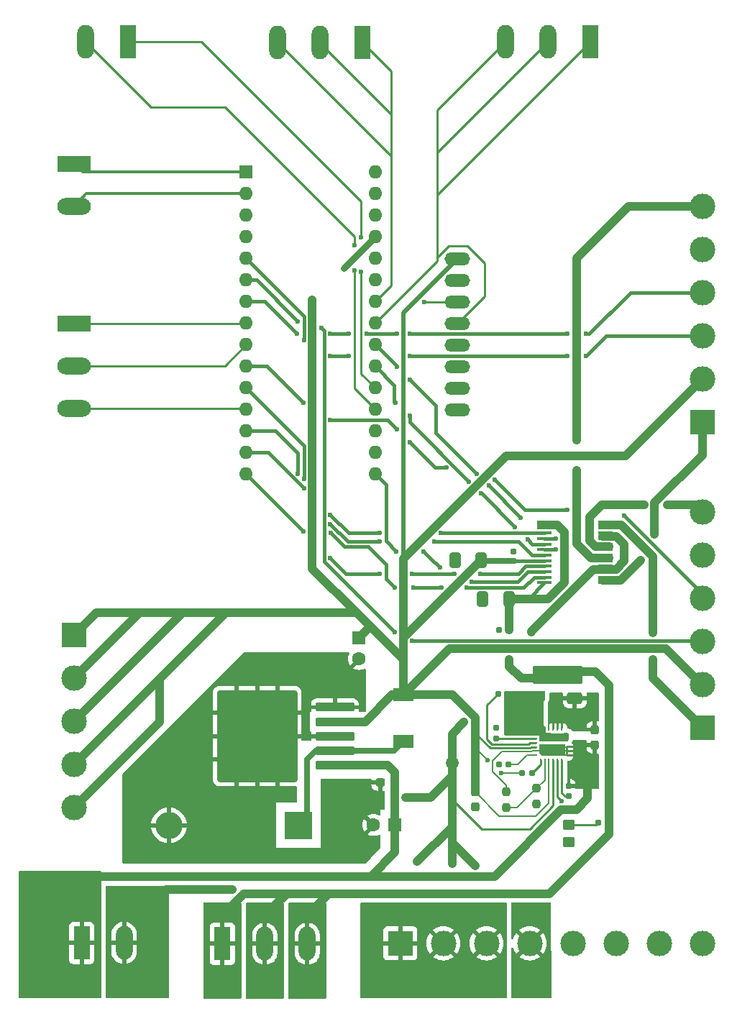
<source format=gbr>
%TF.GenerationSoftware,KiCad,Pcbnew,8.0.4*%
%TF.CreationDate,2025-07-07T11:58:56-07:00*%
%TF.ProjectId,board,626f6172-642e-46b6-9963-61645f706362,rev?*%
%TF.SameCoordinates,Original*%
%TF.FileFunction,Copper,L1,Top*%
%TF.FilePolarity,Positive*%
%FSLAX46Y46*%
G04 Gerber Fmt 4.6, Leading zero omitted, Abs format (unit mm)*
G04 Created by KiCad (PCBNEW 8.0.4) date 2025-07-07 11:58:56*
%MOMM*%
%LPD*%
G01*
G04 APERTURE LIST*
G04 Aperture macros list*
%AMRoundRect*
0 Rectangle with rounded corners*
0 $1 Rounding radius*
0 $2 $3 $4 $5 $6 $7 $8 $9 X,Y pos of 4 corners*
0 Add a 4 corners polygon primitive as box body*
4,1,4,$2,$3,$4,$5,$6,$7,$8,$9,$2,$3,0*
0 Add four circle primitives for the rounded corners*
1,1,$1+$1,$2,$3*
1,1,$1+$1,$4,$5*
1,1,$1+$1,$6,$7*
1,1,$1+$1,$8,$9*
0 Add four rect primitives between the rounded corners*
20,1,$1+$1,$2,$3,$4,$5,0*
20,1,$1+$1,$4,$5,$6,$7,0*
20,1,$1+$1,$6,$7,$8,$9,0*
20,1,$1+$1,$8,$9,$2,$3,0*%
%AMOutline5P*
0 Free polygon, 5 corners , with rotation*
0 The origin of the aperture is its center*
0 number of corners: always 5*
0 $1 to $10 corner X, Y*
0 $11 Rotation angle, in degrees counterclockwise*
0 create outline with 5 corners*
4,1,5,$1,$2,$3,$4,$5,$6,$7,$8,$9,$10,$1,$2,$11*%
%AMOutline6P*
0 Free polygon, 6 corners , with rotation*
0 The origin of the aperture is its center*
0 number of corners: always 6*
0 $1 to $12 corner X, Y*
0 $13 Rotation angle, in degrees counterclockwise*
0 create outline with 6 corners*
4,1,6,$1,$2,$3,$4,$5,$6,$7,$8,$9,$10,$11,$12,$1,$2,$13*%
%AMOutline7P*
0 Free polygon, 7 corners , with rotation*
0 The origin of the aperture is its center*
0 number of corners: always 7*
0 $1 to $14 corner X, Y*
0 $15 Rotation angle, in degrees counterclockwise*
0 create outline with 7 corners*
4,1,7,$1,$2,$3,$4,$5,$6,$7,$8,$9,$10,$11,$12,$13,$14,$1,$2,$15*%
%AMOutline8P*
0 Free polygon, 8 corners , with rotation*
0 The origin of the aperture is its center*
0 number of corners: always 8*
0 $1 to $16 corner X, Y*
0 $17 Rotation angle, in degrees counterclockwise*
0 create outline with 8 corners*
4,1,8,$1,$2,$3,$4,$5,$6,$7,$8,$9,$10,$11,$12,$13,$14,$15,$16,$1,$2,$17*%
G04 Aperture macros list end*
%TA.AperFunction,ComponentPad*%
%ADD10R,1.980000X3.960000*%
%TD*%
%TA.AperFunction,ComponentPad*%
%ADD11O,1.980000X3.960000*%
%TD*%
%TA.AperFunction,SMDPad,CuDef*%
%ADD12RoundRect,0.237500X0.300000X0.237500X-0.300000X0.237500X-0.300000X-0.237500X0.300000X-0.237500X0*%
%TD*%
%TA.AperFunction,ComponentPad*%
%ADD13R,3.000000X3.000000*%
%TD*%
%TA.AperFunction,ComponentPad*%
%ADD14C,3.000000*%
%TD*%
%TA.AperFunction,ComponentPad*%
%ADD15R,3.960000X1.980000*%
%TD*%
%TA.AperFunction,ComponentPad*%
%ADD16O,3.960000X1.980000*%
%TD*%
%TA.AperFunction,SMDPad,CuDef*%
%ADD17RoundRect,0.250000X2.050000X0.300000X-2.050000X0.300000X-2.050000X-0.300000X2.050000X-0.300000X0*%
%TD*%
%TA.AperFunction,SMDPad,CuDef*%
%ADD18RoundRect,0.250000X2.025000X2.375000X-2.025000X2.375000X-2.025000X-2.375000X2.025000X-2.375000X0*%
%TD*%
%TA.AperFunction,SMDPad,CuDef*%
%ADD19RoundRect,0.250002X4.449998X5.149998X-4.449998X5.149998X-4.449998X-5.149998X4.449998X-5.149998X0*%
%TD*%
%TA.AperFunction,ComponentPad*%
%ADD20C,1.500000*%
%TD*%
%TA.AperFunction,SMDPad,CuDef*%
%ADD21RoundRect,0.160000X-0.197500X-0.160000X0.197500X-0.160000X0.197500X0.160000X-0.197500X0.160000X0*%
%TD*%
%TA.AperFunction,SMDPad,CuDef*%
%ADD22R,1.750000X0.450000*%
%TD*%
%TA.AperFunction,ComponentPad*%
%ADD23R,1.600000X1.600000*%
%TD*%
%TA.AperFunction,ComponentPad*%
%ADD24O,1.600000X1.600000*%
%TD*%
%TA.AperFunction,SMDPad,CuDef*%
%ADD25RoundRect,0.160000X0.160000X-0.197500X0.160000X0.197500X-0.160000X0.197500X-0.160000X-0.197500X0*%
%TD*%
%TA.AperFunction,SMDPad,CuDef*%
%ADD26RoundRect,0.155000X0.212500X0.155000X-0.212500X0.155000X-0.212500X-0.155000X0.212500X-0.155000X0*%
%TD*%
%TA.AperFunction,SMDPad,CuDef*%
%ADD27RoundRect,0.237500X0.237500X-0.300000X0.237500X0.300000X-0.237500X0.300000X-0.237500X-0.300000X0*%
%TD*%
%TA.AperFunction,SMDPad,CuDef*%
%ADD28RoundRect,0.250000X-0.650000X0.412500X-0.650000X-0.412500X0.650000X-0.412500X0.650000X0.412500X0*%
%TD*%
%TA.AperFunction,SMDPad,CuDef*%
%ADD29RoundRect,0.250000X0.412500X0.650000X-0.412500X0.650000X-0.412500X-0.650000X0.412500X-0.650000X0*%
%TD*%
%TA.AperFunction,SMDPad,CuDef*%
%ADD30R,2.400000X1.500000*%
%TD*%
%TA.AperFunction,SMDPad,CuDef*%
%ADD31RoundRect,0.160000X-0.160000X0.197500X-0.160000X-0.197500X0.160000X-0.197500X0.160000X0.197500X0*%
%TD*%
%TA.AperFunction,SMDPad,CuDef*%
%ADD32RoundRect,0.237500X-0.237500X0.300000X-0.237500X-0.300000X0.237500X-0.300000X0.237500X0.300000X0*%
%TD*%
%TA.AperFunction,ComponentPad*%
%ADD33O,3.000000X1.500000*%
%TD*%
%TA.AperFunction,SMDPad,CuDef*%
%ADD34RoundRect,0.237500X-0.237500X0.250000X-0.237500X-0.250000X0.237500X-0.250000X0.237500X0.250000X0*%
%TD*%
%TA.AperFunction,SMDPad,CuDef*%
%ADD35RoundRect,0.250000X-0.450000X0.325000X-0.450000X-0.325000X0.450000X-0.325000X0.450000X0.325000X0*%
%TD*%
%TA.AperFunction,SMDPad,CuDef*%
%ADD36RoundRect,0.155000X0.155000X-0.212500X0.155000X0.212500X-0.155000X0.212500X-0.155000X-0.212500X0*%
%TD*%
%TA.AperFunction,SMDPad,CuDef*%
%ADD37RoundRect,0.250000X-0.450000X0.350000X-0.450000X-0.350000X0.450000X-0.350000X0.450000X0.350000X0*%
%TD*%
%TA.AperFunction,SMDPad,CuDef*%
%ADD38R,0.254000X0.457200*%
%TD*%
%TA.AperFunction,SMDPad,CuDef*%
%ADD39R,0.330200X0.254000*%
%TD*%
%TA.AperFunction,SMDPad,CuDef*%
%ADD40R,0.457200X0.254000*%
%TD*%
%TA.AperFunction,SMDPad,CuDef*%
%ADD41Outline5P,-0.653500X1.291600X-0.392100X1.553000X0.653500X1.553000X0.653500X-1.553000X-0.653500X-1.553000X90.000000*%
%TD*%
%TA.AperFunction,SMDPad,CuDef*%
%ADD42R,3.099000X0.950000*%
%TD*%
%TA.AperFunction,ComponentPad*%
%ADD43C,1.600000*%
%TD*%
%TA.AperFunction,ComponentPad*%
%ADD44R,3.200000X3.200000*%
%TD*%
%TA.AperFunction,ComponentPad*%
%ADD45O,3.200000X3.200000*%
%TD*%
%TA.AperFunction,ViaPad*%
%ADD46C,0.600000*%
%TD*%
%TA.AperFunction,Conductor*%
%ADD47C,0.400000*%
%TD*%
%TA.AperFunction,Conductor*%
%ADD48C,0.200000*%
%TD*%
%TA.AperFunction,Conductor*%
%ADD49C,1.000000*%
%TD*%
%TA.AperFunction,Conductor*%
%ADD50C,0.750000*%
%TD*%
%TA.AperFunction,Conductor*%
%ADD51C,0.250000*%
%TD*%
%TA.AperFunction,Conductor*%
%ADD52C,0.700000*%
%TD*%
%TA.AperFunction,Conductor*%
%ADD53C,0.500000*%
%TD*%
%TA.AperFunction,Conductor*%
%ADD54C,0.300000*%
%TD*%
%TA.AperFunction,Conductor*%
%ADD55C,0.450000*%
%TD*%
G04 APERTURE END LIST*
D10*
%TO.P,J1,1,Pin_1*%
%TO.N,+7.4V*%
X59685000Y-160500000D03*
D11*
%TO.P,J1,2,Pin_2*%
%TO.N,GND*%
X64685000Y-160500000D03*
%TD*%
D12*
%TO.P,C6,1*%
%TO.N,+7.4V*%
X96562500Y-141600000D03*
%TO.P,C6,2*%
%TO.N,GND*%
X94837500Y-141600000D03*
%TD*%
D13*
%TO.P,J7,1,Pin_1*%
%TO.N,GND*%
X97200000Y-160550000D03*
D14*
%TO.P,J7,2,Pin_2*%
X102280000Y-160550000D03*
%TO.P,J7,3,Pin_3*%
X107360000Y-160550000D03*
%TO.P,J7,4,Pin_4*%
X112440000Y-160550000D03*
%TO.P,J7,5,Pin_5*%
X117520000Y-160550000D03*
%TO.P,J7,6,Pin_6*%
X122600000Y-160550000D03*
%TO.P,J7,7,Pin_7*%
X127680000Y-160550000D03*
%TO.P,J7,8,Pin_8*%
X132760000Y-160550000D03*
%TD*%
D10*
%TO.P,J10,1,Pin_1*%
%TO.N,+6V*%
X76250000Y-160600000D03*
D11*
%TO.P,J10,2,Pin_2*%
X81250000Y-160600000D03*
%TO.P,J10,3,Pin_3*%
X86250000Y-160600000D03*
%TD*%
D15*
%TO.P,J5,1,Pin_1*%
%TO.N,/D5(PWM)*%
X58750000Y-87550000D03*
D16*
%TO.P,J5,2,Pin_2*%
%TO.N,/D6(PWM)*%
X58750000Y-92550000D03*
%TO.P,J5,3,Pin_3*%
%TO.N,/D9(PWM)*%
X58750000Y-97550000D03*
%TD*%
D17*
%TO.P,U2,1,VIN*%
%TO.N,+7.4V*%
X89500000Y-139550000D03*
%TO.P,U2,2,OUT*%
%TO.N,Net-(D1-K)*%
X89500000Y-137850000D03*
%TO.P,U2,3,GND*%
%TO.N,GND*%
X89500000Y-136150000D03*
D18*
X82775000Y-138925000D03*
X82775000Y-133375000D03*
D19*
X80350000Y-136150000D03*
D18*
X77925000Y-138925000D03*
X77925000Y-133375000D03*
D17*
%TO.P,U2,4,FB*%
%TO.N,+5V*%
X89500000Y-134450000D03*
%TO.P,U2,5,~{ON}/OFF*%
%TO.N,GND*%
X89500000Y-132750000D03*
%TD*%
D20*
%TO.P,REF\u002A\u002A,3*%
%TO.N,GND*%
X103300000Y-139300000D03*
%TD*%
D21*
%TO.P,R3,1*%
%TO.N,Net-(U3-FB)*%
X120550000Y-146300000D03*
%TO.P,R3,2*%
%TO.N,+6V*%
X121745000Y-146300000D03*
%TD*%
D22*
%TO.P,U1,1,AO1*%
%TO.N,/M1_out1*%
X121400000Y-118100000D03*
%TO.P,U1,2,AO1*%
X121400000Y-117450000D03*
%TO.P,U1,3,PGND1*%
%TO.N,GND*%
X121400000Y-116800000D03*
%TO.P,U1,4,PGND1*%
X121400000Y-116150000D03*
%TO.P,U1,5,AO2*%
%TO.N,/M1_out2*%
X121400000Y-115500000D03*
%TO.P,U1,6,AO2*%
X121400000Y-114850000D03*
%TO.P,U1,7,BO2*%
%TO.N,/M2_out2*%
X121400000Y-114200000D03*
%TO.P,U1,8,BO2*%
X121400000Y-113550000D03*
%TO.P,U1,9,PGND2*%
%TO.N,GND*%
X121400000Y-112900000D03*
%TO.P,U1,10,PGND2*%
X121400000Y-112250000D03*
%TO.P,U1,11,BO1*%
%TO.N,/M2_out1*%
X121400000Y-111600000D03*
%TO.P,U1,12,BO1*%
X121400000Y-110950000D03*
%TO.P,U1,13,VM2*%
%TO.N,+6V*%
X114200000Y-110950000D03*
%TO.P,U1,14,VM3*%
X114200000Y-111600000D03*
%TO.P,U1,15,PWMB*%
%TO.N,/D11(PWM)*%
X114200000Y-112250000D03*
%TO.P,U1,16,BIN2*%
%TO.N,/A3{slash}D17*%
X114200000Y-112900000D03*
%TO.P,U1,17,BIN1*%
%TO.N,/A2{slash}D16*%
X114200000Y-113550000D03*
%TO.P,U1,18,GND*%
%TO.N,GND*%
X114200000Y-114200000D03*
%TO.P,U1,19,STBY*%
%TO.N,/D8*%
X114200000Y-114850000D03*
%TO.P,U1,20,VCC*%
%TO.N,+5V*%
X114200000Y-115500000D03*
%TO.P,U1,21,AIN1*%
%TO.N,/D12*%
X114200000Y-116150000D03*
%TO.P,U1,22,AIN2*%
%TO.N,/D13*%
X114200000Y-116800000D03*
%TO.P,U1,23,PWMA*%
%TO.N,/D10(PWM)*%
X114200000Y-117450000D03*
%TO.P,U1,24,VM1*%
%TO.N,+6V*%
X114200000Y-118100000D03*
%TD*%
D23*
%TO.P,A1,1,D1/TX*%
%TO.N,/D1(TX)*%
X79035000Y-69750000D03*
D24*
%TO.P,A1,2,D0/RX*%
%TO.N,/D0(RX)*%
X79035000Y-72290000D03*
%TO.P,A1,3,~{RESET}*%
%TO.N,unconnected-(A1-~{RESET}-Pad3)*%
X79035000Y-74830000D03*
%TO.P,A1,4,GND*%
%TO.N,GND*%
X79035000Y-77370000D03*
%TO.P,A1,5,D2*%
%TO.N,/D2(INT)*%
X79035000Y-79910000D03*
%TO.P,A1,6,D3*%
%TO.N,/D3(INT)*%
X79035000Y-82450000D03*
%TO.P,A1,7,D4*%
%TO.N,/D4*%
X79035000Y-84990000D03*
%TO.P,A1,8,D5*%
%TO.N,/D5(PWM)*%
X79035000Y-87530000D03*
%TO.P,A1,9,D6*%
%TO.N,/D6(PWM)*%
X79035000Y-90070000D03*
%TO.P,A1,10,D7*%
%TO.N,/D7*%
X79035000Y-92610000D03*
%TO.P,A1,11,D8*%
%TO.N,/D8*%
X79035000Y-95150000D03*
%TO.P,A1,12,D9*%
%TO.N,/D9(PWM)*%
X79035000Y-97690000D03*
%TO.P,A1,13,D10*%
%TO.N,/D10(PWM)*%
X79035000Y-100230000D03*
%TO.P,A1,14,D11*%
%TO.N,/D11(PWM)*%
X79035000Y-102770000D03*
%TO.P,A1,15,D12*%
%TO.N,/D12*%
X79035000Y-105310000D03*
%TO.P,A1,16,D13*%
%TO.N,/D13*%
X94275000Y-105310000D03*
%TO.P,A1,17,3V3*%
%TO.N,unconnected-(A1-3V3-Pad17)*%
X94275000Y-102770000D03*
%TO.P,A1,18,AREF*%
%TO.N,unconnected-(A1-AREF-Pad18)*%
X94275000Y-100230000D03*
%TO.P,A1,19,A0*%
%TO.N,/A0{slash}D14*%
X94275000Y-97690000D03*
%TO.P,A1,20,A1*%
%TO.N,/A1{slash}D15*%
X94275000Y-95150000D03*
%TO.P,A1,21,A2*%
%TO.N,/A2{slash}D16*%
X94275000Y-92610000D03*
%TO.P,A1,22,A3*%
%TO.N,/A3{slash}D17*%
X94275000Y-90070000D03*
%TO.P,A1,23,A4*%
%TO.N,/A4(SDA)*%
X94275000Y-87530000D03*
%TO.P,A1,24,A5*%
%TO.N,/A5(SCL)*%
X94275000Y-84990000D03*
%TO.P,A1,25,A6*%
%TO.N,unconnected-(A1-A6-Pad25)*%
X94275000Y-82450000D03*
%TO.P,A1,26,A7*%
%TO.N,unconnected-(A1-A7-Pad26)*%
X94275000Y-79910000D03*
%TO.P,A1,27,+5V*%
%TO.N,+5V*%
X94275000Y-77370000D03*
%TO.P,A1,28,~{RESET}*%
%TO.N,unconnected-(A1-~{RESET}-Pad28)*%
X94275000Y-74830000D03*
%TO.P,A1,29,GND*%
%TO.N,GND*%
X94275000Y-72290000D03*
%TO.P,A1,30,VIN*%
%TO.N,unconnected-(A1-VIN-Pad30)*%
X94275000Y-69750000D03*
%TD*%
D13*
%TO.P,J4,1,Pin_1*%
%TO.N,/M1_out1*%
X132750000Y-99200000D03*
D14*
%TO.P,J4,2,Pin_2*%
%TO.N,+5V*%
X132750000Y-94120000D03*
%TO.P,J4,3,Pin_3*%
%TO.N,/D2(INT)*%
X132750000Y-89040000D03*
%TO.P,J4,4,Pin_4*%
%TO.N,/D4*%
X132750000Y-83960000D03*
%TO.P,J4,5,Pin_5*%
%TO.N,GND*%
X132750000Y-78880000D03*
%TO.P,J4,6,Pin_6*%
%TO.N,/M1_out2*%
X132750000Y-73800000D03*
%TD*%
D13*
%TO.P,J2,1,Pin_1*%
%TO.N,/M2_out1*%
X132750000Y-135150000D03*
D14*
%TO.P,J2,2,Pin_2*%
%TO.N,+5V*%
X132750000Y-130070000D03*
%TO.P,J2,3,Pin_3*%
%TO.N,/D3(INT)*%
X132750000Y-124990000D03*
%TO.P,J2,4,Pin_4*%
%TO.N,/D7*%
X132750000Y-119910000D03*
%TO.P,J2,5,Pin_5*%
%TO.N,GND*%
X132750000Y-114830000D03*
%TO.P,J2,6,Pin_6*%
%TO.N,/M2_out2*%
X132750000Y-109750000D03*
%TD*%
D25*
%TO.P,R5,1*%
%TO.N,Net-(U3-TON)*%
X117000000Y-143247500D03*
%TO.P,R5,2*%
%TO.N,+7.4V*%
X117000000Y-142052500D03*
%TD*%
D13*
%TO.P,J8,1,Pin_1*%
%TO.N,+5V*%
X58800000Y-124230000D03*
D14*
%TO.P,J8,2,Pin_2*%
X58800000Y-129310000D03*
%TO.P,J8,3,Pin_3*%
X58800000Y-134390000D03*
%TO.P,J8,4,Pin_4*%
X58800000Y-139470000D03*
%TO.P,J8,5,Pin_5*%
X58800000Y-144550000D03*
%TD*%
D26*
%TO.P,C8,1*%
%TO.N,Net-(C8-Pad1)*%
X109850000Y-131162500D03*
%TO.P,C8,2*%
%TO.N,Net-(U3-BST)*%
X108715000Y-131162500D03*
%TD*%
D27*
%TO.P,C10,1*%
%TO.N,+7.4V*%
X120100000Y-137175000D03*
%TO.P,C10,2*%
%TO.N,GND*%
X120100000Y-135450000D03*
%TD*%
D28*
%TO.P,C9,1*%
%TO.N,+6V*%
X117750000Y-128587500D03*
%TO.P,C9,2*%
%TO.N,GND*%
X117750000Y-131712500D03*
%TD*%
D29*
%TO.P,C2,1*%
%TO.N,+5V*%
X106750000Y-115450000D03*
%TO.P,C2,2*%
%TO.N,GND*%
X103625000Y-115450000D03*
%TD*%
D15*
%TO.P,J3,1,Pin_1*%
%TO.N,/D1(TX)*%
X58800000Y-68750000D03*
D16*
%TO.P,J3,2,Pin_2*%
%TO.N,/D0(RX)*%
X58800000Y-73750000D03*
%TD*%
D30*
%TO.P,L1,1,1*%
%TO.N,Net-(D1-K)*%
X97550000Y-136800000D03*
%TO.P,L1,2,2*%
%TO.N,+5V*%
X97550000Y-131300000D03*
%TD*%
D31*
%TO.P,R7,1*%
%TO.N,GND*%
X108500000Y-135205000D03*
%TO.P,R7,2*%
%TO.N,Net-(U3-OCS)*%
X108500000Y-136400000D03*
%TD*%
D32*
%TO.P,C12,1*%
%TO.N,+5V*%
X106000000Y-142737500D03*
%TO.P,C12,2*%
%TO.N,GND*%
X106000000Y-144462500D03*
%TD*%
D10*
%TO.P,J12,1,Pin_1*%
%TO.N,/A5(SCL)*%
X92750000Y-54450000D03*
D11*
%TO.P,J12,2,Pin_2*%
X87750000Y-54450000D03*
%TO.P,J12,3,Pin_3*%
X82750000Y-54450000D03*
%TD*%
D33*
%TO.P,ACC1,AD0,AD0*%
%TO.N,GND*%
X103950000Y-95160000D03*
%TO.P,ACC1,GND,GND*%
X103950000Y-82460000D03*
%TO.P,ACC1,INT,INT*%
%TO.N,unconnected-(ACC1-PadINT)*%
X103950000Y-97700000D03*
%TO.P,ACC1,SCL,SCL*%
%TO.N,/A5(SCL)*%
X103950000Y-85000000D03*
%TO.P,ACC1,SDA,SDA*%
%TO.N,/A4(SDA)*%
X103950000Y-87540000D03*
%TO.P,ACC1,VCC,VCC*%
%TO.N,+5V*%
X103950000Y-79920000D03*
%TO.P,ACC1,XCL,XCL*%
%TO.N,unconnected-(ACC1-PadXCL)*%
X103950000Y-92620000D03*
%TO.P,ACC1,XDA,XDA*%
%TO.N,unconnected-(ACC1-PadXDA)*%
X103950000Y-90080000D03*
%TD*%
D29*
%TO.P,C4,1*%
%TO.N,+6V*%
X109975000Y-120000000D03*
%TO.P,C4,2*%
%TO.N,GND*%
X106850000Y-120000000D03*
%TD*%
D34*
%TO.P,R1,1*%
%TO.N,+7.4V*%
X109650000Y-142737500D03*
%TO.P,R1,2*%
%TO.N,Net-(U3-EN{slash}DISCHG)*%
X109650000Y-144562500D03*
%TD*%
D35*
%TO.P,L2,1,1*%
%TO.N,+6V*%
X113550000Y-129362500D03*
%TO.P,L2,2,2*%
%TO.N,Net-(C8-Pad1)*%
X113550000Y-131412500D03*
%TD*%
D36*
%TO.P,C1,1*%
%TO.N,+5V*%
X110500000Y-115517500D03*
%TO.P,C1,2*%
%TO.N,GND*%
X110500000Y-114382500D03*
%TD*%
D37*
%TO.P,R4,1*%
%TO.N,Net-(U3-FB)*%
X117000000Y-146600000D03*
%TO.P,R4,2*%
%TO.N,GND*%
X117000000Y-148600000D03*
%TD*%
D26*
%TO.P,C11,1*%
%TO.N,Net-(U3-SS)*%
X109950000Y-139500000D03*
%TO.P,C11,2*%
%TO.N,GND*%
X108815000Y-139500000D03*
%TD*%
D34*
%TO.P,R2,1*%
%TO.N,Net-(U3-EN{slash}DISCHG)*%
X113250000Y-142300000D03*
%TO.P,R2,2*%
%TO.N,GND*%
X113250000Y-144125000D03*
%TD*%
D10*
%TO.P,J6,1,Pin_1*%
%TO.N,/A1{slash}D15*%
X65120000Y-54350000D03*
D11*
%TO.P,J6,2,Pin_2*%
%TO.N,/A0{slash}D14*%
X60120000Y-54350000D03*
%TD*%
D38*
%TO.P,U3,1,PGOOD*%
%TO.N,Net-(U3-PGOOD)*%
X113711550Y-138987500D03*
%TO.P,U3,2,EN/DISCHG*%
%TO.N,Net-(U3-EN{slash}DISCHG)*%
X114211930Y-138987500D03*
%TO.P,U3,3,MODE*%
%TO.N,+5V*%
X114712310Y-138987500D03*
%TO.P,U3,4,AGND*%
%TO.N,GND*%
X115212690Y-138987500D03*
%TO.P,U3,5,FB*%
%TO.N,Net-(U3-FB)*%
X115713070Y-138987500D03*
%TO.P,U3,6,TON*%
%TO.N,Net-(U3-TON)*%
X116213450Y-138987500D03*
D39*
%TO.P,U3,7,IN*%
%TO.N,+7.4V*%
X116850990Y-138413450D03*
%TO.P,U3,8,IN*%
X116850990Y-137913070D03*
%TO.P,U3,9,IN*%
X116850990Y-137412690D03*
%TO.P,U3,10,LX*%
%TO.N,Net-(C8-Pad1)*%
X116850990Y-136411930D03*
%TO.P,U3,11,LX*%
X116850990Y-135911550D03*
D38*
%TO.P,U3,12,PGND*%
%TO.N,GND*%
X116213450Y-135337500D03*
%TO.P,U3,13,PGND*%
X115713070Y-135337500D03*
%TO.P,U3,14,PGND*%
X115212690Y-135337500D03*
%TO.P,U3,15,PGND*%
X114712310Y-135337500D03*
%TO.P,U3,16,LX*%
%TO.N,Net-(C8-Pad1)*%
X114211930Y-135337500D03*
%TO.P,U3,17,LX*%
X113711550Y-135337500D03*
D40*
%TO.P,U3,18,LX*%
X113137510Y-135911550D03*
%TO.P,U3,19,OCS*%
%TO.N,Net-(U3-OCS)*%
X113137510Y-136411930D03*
%TO.P,U3,20,BST*%
%TO.N,Net-(U3-BST)*%
X113137510Y-136912310D03*
%TO.P,U3,21,VCC*%
%TO.N,+5V*%
X113137510Y-137412690D03*
%TO.P,U3,22,IN*%
%TO.N,+7.4V*%
X113137510Y-137913070D03*
%TO.P,U3,23,SS*%
%TO.N,Net-(U3-SS)*%
X113137510Y-138413450D03*
D41*
%TO.P,U3,24*%
%TO.N,+7.4V*%
X115132500Y-137822500D03*
D42*
%TO.P,U3,25*%
%TO.N,Net-(C8-Pad1)*%
X115132500Y-136322500D03*
%TD*%
D23*
%TO.P,C5,1*%
%TO.N,+7.4V*%
X96550000Y-146600000D03*
D43*
%TO.P,C5,2*%
%TO.N,GND*%
X94050000Y-146600000D03*
%TD*%
D44*
%TO.P,D1,1,K*%
%TO.N,Net-(D1-K)*%
X85200000Y-146650000D03*
D45*
%TO.P,D1,2,A*%
%TO.N,GND*%
X69960000Y-146650000D03*
%TD*%
D21*
%TO.P,R6,1*%
%TO.N,+5V*%
X111500000Y-140500000D03*
%TO.P,R6,2*%
%TO.N,Net-(U3-PGOOD)*%
X112695000Y-140500000D03*
%TD*%
D10*
%TO.P,J13,1,Pin_1*%
%TO.N,/A4(SDA)*%
X119600000Y-54350000D03*
D11*
%TO.P,J13,2,Pin_2*%
X114600000Y-54350000D03*
%TO.P,J13,3,Pin_3*%
X109600000Y-54350000D03*
%TD*%
D23*
%TO.P,C7,1*%
%TO.N,+5V*%
X92350000Y-124550000D03*
D43*
%TO.P,C7,2*%
%TO.N,GND*%
X92350000Y-127050000D03*
%TD*%
D26*
%TO.P,C3,1*%
%TO.N,+6V*%
X109975000Y-123650000D03*
%TO.P,C3,2*%
%TO.N,GND*%
X108840000Y-123650000D03*
%TD*%
D46*
%TO.N,/D7*%
X116900000Y-109500000D03*
X85800000Y-96900000D03*
X102650000Y-104550000D03*
X98300000Y-101525000D03*
X123550000Y-110200000D03*
X88950000Y-98950000D03*
X108332107Y-105932107D03*
X96800000Y-100050000D03*
%TO.N,+5V*%
X107450000Y-139000000D03*
X90550000Y-81067500D03*
X86850000Y-84762500D03*
X109100000Y-140500000D03*
%TO.N,/A1{slash}D15*%
X92600000Y-77450000D03*
X92600000Y-81500000D03*
%TO.N,/A2{slash}D16*%
X98300000Y-98450000D03*
X110700000Y-111500000D03*
X96600000Y-96900000D03*
X112175000Y-112975000D03*
X105267893Y-106167893D03*
X106682107Y-107582107D03*
%TO.N,/D10(PWM)*%
X89000000Y-112250000D03*
X85150001Y-105260051D03*
X102050000Y-118650000D03*
X98750000Y-118650000D03*
X96550000Y-118650000D03*
X105032107Y-118657107D03*
%TO.N,/D12*%
X98550000Y-117050000D03*
X103600000Y-117050000D03*
X106650000Y-117050000D03*
X85825000Y-112075000D03*
X88950000Y-115200000D03*
X94800000Y-117050000D03*
%TO.N,/D13*%
X105607107Y-117957107D03*
X99975000Y-114425000D03*
X101880025Y-116319975D03*
X96750000Y-114400000D03*
%TO.N,/A3{slash}D17*%
X115500000Y-112900000D03*
X98350000Y-94150000D03*
X106192893Y-105242893D03*
X107607107Y-106657107D03*
X96800000Y-92625000D03*
X111400000Y-110450000D03*
%TO.N,/D11(PWM)*%
X94800000Y-112257107D03*
X88975000Y-110075000D03*
X102007107Y-112257107D03*
X85850000Y-106950000D03*
%TO.N,/D4*%
X96800000Y-88800000D03*
X91175000Y-88800000D03*
X85050000Y-88800000D03*
X88950000Y-88800000D03*
X116900000Y-88800000D03*
X98300000Y-88800000D03*
X93225000Y-88800000D03*
X119100000Y-88800000D03*
%TO.N,/A0{slash}D14*%
X91800000Y-78350000D03*
X91799997Y-81300000D03*
%TO.N,/D3(INT)*%
X98607107Y-124957107D03*
X87900000Y-88100000D03*
X96550000Y-123900000D03*
X85150000Y-87300000D03*
%TO.N,/A5(SCL)*%
X100000000Y-85000000D03*
%TO.N,/D2(INT)*%
X98300000Y-91350000D03*
X88950000Y-91350000D03*
X85850000Y-89500000D03*
X91175000Y-91350000D03*
X119100000Y-91350000D03*
X116900000Y-91350000D03*
%TO.N,/D8*%
X94800000Y-113200000D03*
X85850000Y-105850000D03*
X101200000Y-113200000D03*
X88975000Y-111175000D03*
%TO.N,GND*%
X103650000Y-115450000D03*
X112600000Y-123900000D03*
X115500000Y-114200000D03*
X103300000Y-156550000D03*
X106000000Y-144450000D03*
X113250000Y-144150000D03*
X106050000Y-151450000D03*
X115400000Y-133000000D03*
X110500000Y-114400000D03*
X104675000Y-134525000D03*
X94000000Y-143400000D03*
X97850000Y-143400000D03*
X106850000Y-120000000D03*
X111100000Y-156500000D03*
X77400000Y-154200000D03*
X108850000Y-123650000D03*
X108500000Y-135200000D03*
X103300000Y-151200000D03*
X99200000Y-150950000D03*
X117000000Y-148600000D03*
X108800000Y-139500000D03*
%TO.N,+6V*%
X110000000Y-127100000D03*
X110000000Y-123675000D03*
%TO.N,/M2_out1*%
X126950000Y-124000000D03*
X126950000Y-127150000D03*
%TO.N,/M2_out2*%
X128650000Y-108950000D03*
X125900000Y-108950000D03*
%TO.N,/M1_out1*%
X125475000Y-115425000D03*
X127150000Y-112400000D03*
%TO.N,/M1_out2*%
X118000000Y-104850000D03*
X118000000Y-101300000D03*
%TO.N,Net-(U3-FB)*%
X116200000Y-143800000D03*
X117000000Y-146600000D03*
%TD*%
D47*
%TO.N,/D7*%
X85800000Y-96900000D02*
X81510000Y-92610000D01*
X81510000Y-92610000D02*
X79035000Y-92610000D01*
X101300000Y-104550000D02*
X102650000Y-104550000D01*
X116900000Y-109500000D02*
X111900000Y-109500000D01*
X132750000Y-119400000D02*
X132750000Y-119910000D01*
X123550000Y-110200000D02*
X132750000Y-119400000D01*
X88950000Y-98950000D02*
X95700000Y-98950000D01*
X111900000Y-109500000D02*
X108332107Y-105932107D01*
X98300000Y-101525000D02*
X98300000Y-101550000D01*
X95700000Y-98950000D02*
X96800000Y-100050000D01*
X98300000Y-101550000D02*
X101300000Y-104550000D01*
D48*
%TO.N,+5V*%
X113150000Y-145600000D02*
X114712310Y-144037690D01*
D49*
X106000000Y-137550000D02*
X106000000Y-134000000D01*
X92050000Y-121650000D02*
X97550000Y-127150000D01*
D48*
X106000000Y-142737500D02*
X108862500Y-145600000D01*
D50*
X90550000Y-81067500D02*
X94247500Y-77370000D01*
D49*
X68885000Y-129385000D02*
X68900000Y-129400000D01*
D51*
X113137510Y-137412690D02*
X112632290Y-137412690D01*
D48*
X114182500Y-115517500D02*
X114200000Y-115500000D01*
D49*
X58800000Y-134390000D02*
X71540000Y-121650000D01*
D52*
X110500000Y-115517500D02*
X106817500Y-115517500D01*
D50*
X94247500Y-77370000D02*
X94275000Y-77370000D01*
D49*
X106000000Y-138850000D02*
X106000000Y-137550000D01*
X132720000Y-130070000D02*
X128500000Y-125850000D01*
X123720000Y-103150000D02*
X132750000Y-94120000D01*
D48*
X108862500Y-145600000D02*
X113150000Y-145600000D01*
D49*
X106000000Y-142737500D02*
X106000000Y-138850000D01*
D53*
X97550000Y-86300000D02*
X103930000Y-79920000D01*
D48*
X114712310Y-144037690D02*
X114712310Y-138987500D01*
D49*
X93050000Y-134450000D02*
X89500000Y-134450000D01*
X106700000Y-115450000D02*
X106750000Y-115450000D01*
D54*
X97550000Y-131300000D02*
X97550000Y-130200000D01*
D51*
X112632290Y-137412690D02*
X112494980Y-137550000D01*
D49*
X99950000Y-128900000D02*
X103000000Y-125850000D01*
X97550000Y-131300000D02*
X99950000Y-128900000D01*
X66460000Y-121650000D02*
X92050000Y-121650000D01*
D48*
X107450000Y-139000000D02*
X106000000Y-137550000D01*
D51*
X112494980Y-137550000D02*
X107800000Y-137550000D01*
D49*
X68900000Y-129400000D02*
X68900000Y-134450000D01*
X97550000Y-127150000D02*
X97550000Y-124600000D01*
X96200000Y-131300000D02*
X93050000Y-134450000D01*
X128500000Y-125850000D02*
X105650000Y-125850000D01*
X86850000Y-84762500D02*
X86850000Y-116450000D01*
X76620000Y-121650000D02*
X92050000Y-121650000D01*
D48*
X92350000Y-124550000D02*
X92225000Y-124550000D01*
D49*
X68900000Y-134450000D02*
X58800000Y-144550000D01*
X71540000Y-121650000D02*
X76620000Y-121650000D01*
X58800000Y-129310000D02*
X66460000Y-121650000D01*
D53*
X97550000Y-115300000D02*
X97550000Y-86300000D01*
D49*
X93625000Y-123275000D02*
X92350000Y-124550000D01*
X97550000Y-124600000D02*
X106700000Y-115450000D01*
D47*
X106817500Y-115517500D02*
X106750000Y-115450000D01*
D49*
X97550000Y-131300000D02*
X96200000Y-131300000D01*
X132750000Y-130070000D02*
X132720000Y-130070000D01*
X106000000Y-134000000D02*
X103300000Y-131300000D01*
D51*
X107800000Y-137550000D02*
X106150000Y-135900000D01*
D49*
X76620000Y-121650000D02*
X58800000Y-139470000D01*
X61380000Y-121650000D02*
X66460000Y-121650000D01*
X58800000Y-124230000D02*
X61380000Y-121650000D01*
X103000000Y-125850000D02*
X105650000Y-125850000D01*
D48*
X103930000Y-79920000D02*
X103950000Y-79920000D01*
X109100000Y-140500000D02*
X111500000Y-140500000D01*
D49*
X109700000Y-103150000D02*
X123720000Y-103150000D01*
X97550000Y-115300000D02*
X109700000Y-103150000D01*
X103300000Y-131300000D02*
X97550000Y-131300000D01*
X97550000Y-124600000D02*
X97550000Y-115300000D01*
X97550000Y-127150000D02*
X97550000Y-131300000D01*
X86850000Y-116450000D02*
X92050000Y-121650000D01*
D47*
X110500000Y-115517500D02*
X114182500Y-115517500D01*
D51*
%TO.N,/A1{slash}D15*%
X92600000Y-93475000D02*
X94275000Y-95150000D01*
X92600000Y-73200000D02*
X73750000Y-54350000D01*
X73750000Y-54350000D02*
X65120000Y-54350000D01*
X92600000Y-81500000D02*
X92600000Y-93475000D01*
X92600000Y-77450000D02*
X92600000Y-73200000D01*
D47*
%TO.N,/A2{slash}D16*%
X112175000Y-112975000D02*
X112750000Y-113550000D01*
X106682107Y-107582107D02*
X106782107Y-107582107D01*
X106782107Y-107582107D02*
X110700000Y-111500000D01*
X96500000Y-94835000D02*
X94275000Y-92610000D01*
X98300000Y-99200000D02*
X98300000Y-98450000D01*
X112750000Y-113550000D02*
X114200000Y-113550000D01*
X105267893Y-106167893D02*
X98300000Y-99200000D01*
X96600000Y-96900000D02*
X96500000Y-96800000D01*
X96500000Y-96800000D02*
X96500000Y-94835000D01*
D54*
%TO.N,/D0(RX)*%
X60260000Y-72290000D02*
X58800000Y-73750000D01*
X79035000Y-72290000D02*
X60260000Y-72290000D01*
D47*
%TO.N,/D10(PWM)*%
X95500000Y-115960050D02*
X93389950Y-113850000D01*
X105032107Y-118657107D02*
X111742893Y-118657107D01*
X95500000Y-117600000D02*
X95500000Y-115960050D01*
X93389950Y-113850000D02*
X90600000Y-113850000D01*
X111742893Y-118657107D02*
X112950000Y-117450000D01*
X98750000Y-118650000D02*
X102050000Y-118650000D01*
X85150001Y-102850001D02*
X82530000Y-100230000D01*
X82530000Y-100230000D02*
X79035000Y-100230000D01*
X112950000Y-117450000D02*
X114200000Y-117450000D01*
X85150001Y-105260051D02*
X85150001Y-102850001D01*
X96550000Y-118650000D02*
X95500000Y-117600000D01*
X90600000Y-113850000D02*
X89000000Y-112250000D01*
%TO.N,/D12*%
X112000000Y-116150000D02*
X114200000Y-116150000D01*
X98550000Y-117050000D02*
X103600000Y-117050000D01*
X106650000Y-117050000D02*
X111100000Y-117050000D01*
X94800000Y-117050000D02*
X90800000Y-117050000D01*
X111100000Y-117050000D02*
X112000000Y-116150000D01*
X85800000Y-112075000D02*
X79035000Y-105310000D01*
X90800000Y-117050000D02*
X88950000Y-115200000D01*
X85825000Y-112075000D02*
X85800000Y-112075000D01*
D49*
%TO.N,/D5(PWM)*%
X79015000Y-87550000D02*
X79035000Y-87530000D01*
D51*
X58750000Y-87550000D02*
X79015000Y-87550000D01*
D54*
%TO.N,/D1(TX)*%
X79035000Y-69750000D02*
X59800000Y-69750000D01*
X59800000Y-69750000D02*
X58800000Y-68750000D01*
D51*
%TO.N,/D6(PWM)*%
X76555000Y-92550000D02*
X79035000Y-90070000D01*
X58750000Y-92550000D02*
X76555000Y-92550000D01*
D47*
%TO.N,/D13*%
X100689950Y-115139950D02*
X100700000Y-115139950D01*
X100700000Y-115139950D02*
X101880025Y-116319975D01*
X99975000Y-114425000D02*
X100689950Y-115139950D01*
X111048528Y-117950000D02*
X112198528Y-116800000D01*
X95500000Y-106535000D02*
X94275000Y-105310000D01*
X112198528Y-116800000D02*
X114200000Y-116800000D01*
X96750000Y-114400000D02*
X95500000Y-113150000D01*
X105607107Y-117957107D02*
X105614214Y-117950000D01*
X105614214Y-117950000D02*
X111048528Y-117950000D01*
X95500000Y-113150000D02*
X95500000Y-106535000D01*
%TO.N,/A3{slash}D17*%
X101400000Y-100450000D02*
X101400000Y-97200000D01*
X96800000Y-92600000D02*
X94275000Y-90075000D01*
X101400000Y-97200000D02*
X98350000Y-94150000D01*
X106192893Y-105242893D02*
X101400000Y-100450000D01*
X96800000Y-92625000D02*
X96800000Y-92600000D01*
X111400000Y-110450000D02*
X107607107Y-106657107D01*
D55*
X115500000Y-112900000D02*
X114200000Y-112900000D01*
D47*
%TO.N,/D11(PWM)*%
X81670000Y-102770000D02*
X79035000Y-102770000D01*
X91150000Y-112250000D02*
X94792893Y-112250000D01*
X88975000Y-110075000D02*
X91150000Y-112250000D01*
X94792893Y-112250000D02*
X94800000Y-112257107D01*
X114192893Y-112257107D02*
X114200000Y-112250000D01*
X102007107Y-112257107D02*
X114192893Y-112257107D01*
X85850000Y-106950000D02*
X81670000Y-102770000D01*
D49*
%TO.N,/D9(PWM)*%
X78895000Y-97550000D02*
X79035000Y-97690000D01*
D51*
X58750000Y-97550000D02*
X78895000Y-97550000D01*
D47*
%TO.N,/D4*%
X119450000Y-88800000D02*
X124290000Y-83960000D01*
X81240000Y-84990000D02*
X79035000Y-84990000D01*
X93225000Y-88800000D02*
X96800000Y-88800000D01*
X119100000Y-88800000D02*
X119450000Y-88800000D01*
X124290000Y-83960000D02*
X132750000Y-83960000D01*
X88950000Y-88800000D02*
X91175000Y-88800000D01*
X85050000Y-88800000D02*
X81240000Y-84990000D01*
X98300000Y-88800000D02*
X116900000Y-88800000D01*
D51*
%TO.N,/A0{slash}D14*%
X67870000Y-62100000D02*
X60120000Y-54350000D01*
X91800000Y-81300003D02*
X91800000Y-95215000D01*
X91800000Y-78350000D02*
X91800000Y-77350000D01*
X91800000Y-95215000D02*
X94275000Y-97690000D01*
X76550000Y-62100000D02*
X67870000Y-62100000D01*
X91800000Y-77350000D02*
X76550000Y-62100000D01*
X91799997Y-81300000D02*
X91800000Y-81300003D01*
%TO.N,/A4(SDA)*%
X101550000Y-67400000D02*
X101550000Y-62400000D01*
X105100000Y-78450000D02*
X102900000Y-78450000D01*
X94275000Y-87530000D02*
X101550000Y-80255000D01*
X107100000Y-80450000D02*
X105100000Y-78450000D01*
X103960000Y-87540000D02*
X107100000Y-84400000D01*
X101550000Y-62400000D02*
X109600000Y-54350000D01*
X101550000Y-80255000D02*
X101550000Y-72400000D01*
X101550000Y-79800000D02*
X101550000Y-80255000D01*
X103950000Y-87540000D02*
X103960000Y-87540000D01*
X114600000Y-54350000D02*
X101550000Y-67400000D01*
X119600000Y-54350000D02*
X101550000Y-72400000D01*
X102900000Y-78450000D02*
X101550000Y-79800000D01*
X101550000Y-72400000D02*
X101550000Y-67400000D01*
X107100000Y-84400000D02*
X107100000Y-80450000D01*
D47*
%TO.N,/D3(INT)*%
X96550000Y-123900000D02*
X88250000Y-115600000D01*
X98614214Y-124950000D02*
X132710000Y-124950000D01*
X88250000Y-115600000D02*
X88250000Y-88450000D01*
X132710000Y-124950000D02*
X132750000Y-124990000D01*
X88250000Y-88450000D02*
X87900000Y-88100000D01*
X98607107Y-124957107D02*
X98614214Y-124950000D01*
X80300000Y-82450000D02*
X79035000Y-82450000D01*
X85150000Y-87300000D02*
X80300000Y-82450000D01*
D49*
%TO.N,/A5(SCL)*%
X87750000Y-54550000D02*
X87750000Y-54450000D01*
D51*
X96150000Y-62950000D02*
X87750000Y-54550000D01*
X96150000Y-67850000D02*
X82750000Y-54450000D01*
X96150000Y-67850000D02*
X96150000Y-62950000D01*
X103950000Y-85000000D02*
X100000000Y-85000000D01*
X94275000Y-84990000D02*
X96150000Y-83115000D01*
X96150000Y-57850000D02*
X92750000Y-54450000D01*
X96150000Y-62950000D02*
X96150000Y-57850000D01*
X96150000Y-83115000D02*
X96150000Y-67850000D01*
D47*
%TO.N,/D2(INT)*%
X121410000Y-89040000D02*
X132750000Y-89040000D01*
X85850000Y-86725000D02*
X79035000Y-79910000D01*
X88950000Y-91350000D02*
X91175000Y-91350000D01*
X119100000Y-91350000D02*
X121410000Y-89040000D01*
X98300000Y-91350000D02*
X116900000Y-91350000D01*
X85850000Y-89500000D02*
X85850000Y-86725000D01*
%TO.N,/D8*%
X91050000Y-113250000D02*
X94750000Y-113250000D01*
X112750000Y-114850000D02*
X114200000Y-114850000D01*
X101200000Y-113200000D02*
X111100000Y-113200000D01*
X85850000Y-101965000D02*
X79035000Y-95150000D01*
X88975000Y-111175000D02*
X91050000Y-113250000D01*
X111100000Y-113200000D02*
X112750000Y-114850000D01*
X94750000Y-113250000D02*
X94800000Y-113200000D01*
X85850000Y-105850000D02*
X85850000Y-101965000D01*
D49*
%TO.N,GND*%
X103300000Y-149300000D02*
X103300000Y-143600000D01*
X69650000Y-154200000D02*
X69400000Y-154450000D01*
X106050000Y-151450000D02*
X103300000Y-148700000D01*
X97850000Y-143400000D02*
X100750000Y-143400000D01*
X112600000Y-123900000D02*
X112600000Y-123850000D01*
D48*
X114712310Y-135337500D02*
X114712310Y-134562310D01*
D49*
X77400000Y-154200000D02*
X69650000Y-154200000D01*
D48*
X114712310Y-134562310D02*
X114700000Y-134550000D01*
D49*
X104675000Y-134525000D02*
X103300000Y-135900000D01*
D51*
X115212690Y-138987500D02*
X115212690Y-144337310D01*
X112450000Y-147100000D02*
X106800000Y-147100000D01*
D49*
X103300000Y-135900000D02*
X103300000Y-137550000D01*
X123600000Y-115500000D02*
X123600000Y-113600000D01*
X112600000Y-123850000D02*
X119950000Y-116500000D01*
X103300000Y-143600000D02*
X103300000Y-140850000D01*
D51*
X106800000Y-147100000D02*
X103300000Y-143600000D01*
D49*
X103300000Y-151200000D02*
X103300000Y-149300000D01*
X119950000Y-116500000D02*
X122600000Y-116500000D01*
X122600000Y-116500000D02*
X123600000Y-115500000D01*
D55*
X114200000Y-114200000D02*
X115500000Y-114200000D01*
D49*
X100750000Y-143400000D02*
X103300000Y-140850000D01*
D51*
X115212690Y-144337310D02*
X112450000Y-147100000D01*
D49*
X99200000Y-150950000D02*
X103300000Y-146850000D01*
X103300000Y-140850000D02*
X103300000Y-139200000D01*
X103300000Y-137550000D02*
X103300000Y-139200000D01*
X123600000Y-113600000D02*
X122600000Y-112600000D01*
X122600000Y-112600000D02*
X121000000Y-112600000D01*
%TO.N,+6V*%
X110000000Y-127950000D02*
X111412500Y-129362500D01*
X110000000Y-127100000D02*
X110000000Y-127950000D01*
X120137500Y-128587500D02*
X117750000Y-128587500D01*
X88800000Y-154700000D02*
X87450000Y-156050000D01*
D48*
X110000000Y-123675000D02*
X109975000Y-123650000D01*
D49*
X78800000Y-154700000D02*
X91000000Y-154700000D01*
X112200000Y-120000000D02*
X109975000Y-120000000D01*
X121745000Y-130195000D02*
X120137500Y-128587500D01*
X114550000Y-120000000D02*
X116500000Y-118050000D01*
X114750000Y-154700000D02*
X121745000Y-147705000D01*
X116500000Y-112100000D02*
X115650000Y-111250000D01*
X116500000Y-118050000D02*
X116500000Y-112100000D01*
D55*
X112300000Y-120000000D02*
X112200000Y-120000000D01*
D49*
X112200000Y-120000000D02*
X114550000Y-120000000D01*
X83850000Y-154700000D02*
X82450000Y-156100000D01*
X109975000Y-123650000D02*
X109975000Y-120000000D01*
X111412500Y-129362500D02*
X113550000Y-129362500D01*
D55*
X114200000Y-118100000D02*
X112300000Y-120000000D01*
D49*
X91000000Y-154700000D02*
X114750000Y-154700000D01*
X77400000Y-156100000D02*
X78800000Y-154700000D01*
X121745000Y-147705000D02*
X121745000Y-130195000D01*
X115650000Y-111250000D02*
X113800000Y-111250000D01*
D52*
%TO.N,Net-(D1-K)*%
X89500000Y-137850000D02*
X96500000Y-137850000D01*
X89500000Y-137850000D02*
X87250000Y-137850000D01*
X86200000Y-145650000D02*
X85200000Y-146650000D01*
X96500000Y-137850000D02*
X97550000Y-136800000D01*
X86200000Y-138900000D02*
X86200000Y-145650000D01*
X87250000Y-137850000D02*
X86200000Y-138900000D01*
D49*
%TO.N,+7.4V*%
X93750000Y-152650000D02*
X108300000Y-152650000D01*
X91100000Y-152650000D02*
X88600000Y-152650000D01*
X96550000Y-149850000D02*
X93750000Y-152650000D01*
D48*
X109175000Y-137975000D02*
X108050000Y-139100000D01*
X115719475Y-138413450D02*
X115133525Y-137827500D01*
X116850990Y-137412690D02*
X115548335Y-137412690D01*
D49*
X88600000Y-152650000D02*
X93750000Y-152650000D01*
X117950000Y-144800000D02*
X119250000Y-143500000D01*
X119250000Y-143500000D02*
X119250000Y-141900000D01*
D48*
X116850990Y-137913070D02*
X115219095Y-137913070D01*
D49*
X95700000Y-139550000D02*
X96562500Y-140412500D01*
X96562500Y-141600000D02*
X96562500Y-146587500D01*
X108300000Y-152650000D02*
X116150000Y-144800000D01*
D48*
X113137510Y-137913070D02*
X115047955Y-137913070D01*
X96562500Y-146587500D02*
X96550000Y-146600000D01*
X108050000Y-140300000D02*
X109650000Y-141900000D01*
X112732951Y-137913070D02*
X112671021Y-137975000D01*
D49*
X96562500Y-140412500D02*
X96562500Y-141600000D01*
D48*
X108050000Y-139100000D02*
X108050000Y-140300000D01*
X91400000Y-152650000D02*
X91100000Y-152650000D01*
X115548335Y-137412690D02*
X115133525Y-137827500D01*
D49*
X89500000Y-139550000D02*
X95700000Y-139550000D01*
D48*
X109650000Y-141900000D02*
X109650000Y-142737500D01*
X112671021Y-137975000D02*
X109175000Y-137975000D01*
X115047955Y-137913070D02*
X115133525Y-137827500D01*
D49*
X96550000Y-146600000D02*
X96550000Y-149850000D01*
X59750000Y-160500000D02*
X59685000Y-160500000D01*
D48*
X115219095Y-137913070D02*
X115133525Y-137827500D01*
X97112500Y-146937500D02*
X97100000Y-146950000D01*
D49*
X116150000Y-144800000D02*
X117950000Y-144800000D01*
D48*
X116850990Y-138413450D02*
X115719475Y-138413450D01*
X113137510Y-137913070D02*
X112732951Y-137913070D01*
D49*
X88600000Y-152650000D02*
X61450000Y-152650000D01*
%TO.N,/M2_out1*%
X126950000Y-127150000D02*
X126950000Y-129350000D01*
X126950000Y-129350000D02*
X132750000Y-135150000D01*
X126950000Y-115000000D02*
X123250000Y-111300000D01*
X123250000Y-111300000D02*
X121000000Y-111300000D01*
X126950000Y-124000000D02*
X126950000Y-115000000D01*
%TO.N,/M2_out2*%
X119500000Y-113150000D02*
X120200000Y-113850000D01*
X128650000Y-108950000D02*
X131950000Y-108950000D01*
X119500000Y-110350000D02*
X119500000Y-113150000D01*
X120900000Y-108950000D02*
X119500000Y-110350000D01*
X125900000Y-108950000D02*
X120900000Y-108950000D01*
X131950000Y-108950000D02*
X132750000Y-109750000D01*
X120200000Y-113850000D02*
X121800000Y-113850000D01*
%TO.N,/M1_out1*%
X127150000Y-112400000D02*
X127150000Y-108700000D01*
X123100000Y-117800000D02*
X121000000Y-117800000D01*
X127150000Y-108700000D02*
X132750000Y-103100000D01*
X132750000Y-103100000D02*
X132750000Y-99200000D01*
D47*
X121400000Y-118100000D02*
X121950000Y-118100000D01*
D49*
X125475000Y-115425000D02*
X123100000Y-117800000D01*
%TO.N,/M1_out2*%
X118000000Y-113500000D02*
X119700000Y-115200000D01*
X118000000Y-101300000D02*
X118000000Y-79900000D01*
X118000000Y-79900000D02*
X124100000Y-73800000D01*
X124100000Y-73800000D02*
X132750000Y-73800000D01*
X119700000Y-115200000D02*
X121750000Y-115200000D01*
X118000000Y-104850000D02*
X118000000Y-113500000D01*
D48*
%TO.N,Net-(U3-SS)*%
X111050000Y-139500000D02*
X109950000Y-139500000D01*
X113137510Y-138413450D02*
X112136550Y-138413450D01*
X112136550Y-138413450D02*
X111050000Y-139500000D01*
%TO.N,Net-(U3-EN{slash}DISCHG)*%
X114211930Y-141338070D02*
X114211930Y-138987500D01*
X109650000Y-144562500D02*
X110987500Y-144562500D01*
X110987500Y-144562500D02*
X113250000Y-142300000D01*
X113250000Y-142300000D02*
X114211930Y-141338070D01*
D51*
%TO.N,Net-(U3-FB)*%
X120550000Y-146300000D02*
X120250000Y-146600000D01*
X116200000Y-143800000D02*
X115700000Y-143300000D01*
X120250000Y-146600000D02*
X117000000Y-146600000D01*
D48*
X115700000Y-139000570D02*
X115713070Y-138987500D01*
D51*
X115700000Y-143300000D02*
X115700000Y-139000570D01*
%TO.N,Net-(U3-TON)*%
X117000000Y-143247500D02*
X116597500Y-143247500D01*
X116213450Y-142863450D02*
X116213450Y-138987500D01*
X116597500Y-143247500D02*
X116213450Y-142863450D01*
%TO.N,Net-(U3-OCS)*%
X108500000Y-136400000D02*
X113125580Y-136400000D01*
D48*
X113125580Y-136400000D02*
X113137510Y-136411930D01*
D51*
%TO.N,Net-(U3-BST)*%
X112308584Y-137100000D02*
X112496274Y-136912310D01*
X108000000Y-137100000D02*
X112308584Y-137100000D01*
X107400000Y-132477500D02*
X107400000Y-136500000D01*
X107400000Y-136500000D02*
X108000000Y-137100000D01*
X108715000Y-131162500D02*
X107400000Y-132477500D01*
X112496274Y-136912310D02*
X113137510Y-136912310D01*
%TO.N,Net-(U3-PGOOD)*%
X113711550Y-139483450D02*
X112695000Y-140500000D01*
X113711550Y-138987500D02*
X113711550Y-139483450D01*
%TD*%
%TA.AperFunction,Conductor*%
%TO.N,+6V*%
G36*
X88443039Y-155769130D02*
G01*
X88488794Y-155821934D01*
X88500000Y-155873445D01*
X88500000Y-166926000D01*
X88480315Y-166993039D01*
X88427511Y-167038794D01*
X88376000Y-167050000D01*
X84124000Y-167050000D01*
X84056961Y-167030315D01*
X84011206Y-166977511D01*
X84000000Y-166926000D01*
X84000000Y-159492734D01*
X84760000Y-159492734D01*
X84760000Y-160350000D01*
X85639175Y-160350000D01*
X85615364Y-160407485D01*
X85590000Y-160534996D01*
X85590000Y-160665004D01*
X85615364Y-160792515D01*
X85639175Y-160850000D01*
X84760000Y-160850000D01*
X84760000Y-161707265D01*
X84796689Y-161938909D01*
X84869164Y-162161965D01*
X84975638Y-162370930D01*
X85113494Y-162560672D01*
X85279327Y-162726505D01*
X85469069Y-162864361D01*
X85678036Y-162970835D01*
X85901089Y-163043310D01*
X86000000Y-163058976D01*
X86000000Y-161210824D01*
X86057485Y-161234636D01*
X86184996Y-161260000D01*
X86315004Y-161260000D01*
X86442515Y-161234636D01*
X86500000Y-161210824D01*
X86500000Y-163058975D01*
X86598909Y-163043310D01*
X86598912Y-163043310D01*
X86821963Y-162970835D01*
X87030930Y-162864361D01*
X87220672Y-162726505D01*
X87386505Y-162560672D01*
X87524361Y-162370930D01*
X87630835Y-162161965D01*
X87703310Y-161938909D01*
X87740000Y-161707265D01*
X87740000Y-160850000D01*
X86860825Y-160850000D01*
X86884636Y-160792515D01*
X86910000Y-160665004D01*
X86910000Y-160534996D01*
X86884636Y-160407485D01*
X86860825Y-160350000D01*
X87740000Y-160350000D01*
X87740000Y-159492734D01*
X87703310Y-159261090D01*
X87630835Y-159038034D01*
X87524361Y-158829069D01*
X87386505Y-158639327D01*
X87220672Y-158473494D01*
X87030930Y-158335638D01*
X86821963Y-158229164D01*
X86598905Y-158156688D01*
X86500000Y-158141022D01*
X86500000Y-159989175D01*
X86442515Y-159965364D01*
X86315004Y-159940000D01*
X86184996Y-159940000D01*
X86057485Y-159965364D01*
X86000000Y-159989175D01*
X86000000Y-158141022D01*
X85901094Y-158156688D01*
X85901093Y-158156688D01*
X85678036Y-158229164D01*
X85469069Y-158335638D01*
X85279327Y-158473494D01*
X85113494Y-158639327D01*
X84975638Y-158829069D01*
X84869164Y-159038034D01*
X84796689Y-159261090D01*
X84760000Y-159492734D01*
X84000000Y-159492734D01*
X84000000Y-155873445D01*
X84019685Y-155806406D01*
X84072489Y-155760651D01*
X84124000Y-155749445D01*
X88376000Y-155749445D01*
X88443039Y-155769130D01*
G37*
%TD.AperFunction*%
%TD*%
%TA.AperFunction,Conductor*%
%TO.N,GND*%
G36*
X109693039Y-155769685D02*
G01*
X109738794Y-155822489D01*
X109750000Y-155874000D01*
X109750000Y-166876000D01*
X109730315Y-166943039D01*
X109677511Y-166988794D01*
X109626000Y-167000000D01*
X92624000Y-167000000D01*
X92556961Y-166980315D01*
X92511206Y-166927511D01*
X92500000Y-166876000D01*
X92500000Y-159002155D01*
X95200000Y-159002155D01*
X95200000Y-160300000D01*
X96480936Y-160300000D01*
X96469207Y-160328316D01*
X96440000Y-160475147D01*
X96440000Y-160624853D01*
X96469207Y-160771684D01*
X96480936Y-160800000D01*
X95200000Y-160800000D01*
X95200000Y-162097844D01*
X95206401Y-162157372D01*
X95206403Y-162157379D01*
X95256645Y-162292086D01*
X95256649Y-162292093D01*
X95342809Y-162407187D01*
X95342812Y-162407190D01*
X95457906Y-162493350D01*
X95457913Y-162493354D01*
X95592620Y-162543596D01*
X95592627Y-162543598D01*
X95652155Y-162549999D01*
X95652172Y-162550000D01*
X96950000Y-162550000D01*
X96950000Y-161269064D01*
X96978316Y-161280793D01*
X97125147Y-161310000D01*
X97274853Y-161310000D01*
X97421684Y-161280793D01*
X97450000Y-161269064D01*
X97450000Y-162550000D01*
X98747828Y-162550000D01*
X98747844Y-162549999D01*
X98807372Y-162543598D01*
X98807379Y-162543596D01*
X98942086Y-162493354D01*
X98942093Y-162493350D01*
X99057187Y-162407190D01*
X99057190Y-162407187D01*
X99143350Y-162292093D01*
X99143354Y-162292086D01*
X99193596Y-162157379D01*
X99193598Y-162157372D01*
X99199999Y-162097844D01*
X99200000Y-162097827D01*
X99200000Y-160800000D01*
X97919064Y-160800000D01*
X97930793Y-160771684D01*
X97960000Y-160624853D01*
X97960000Y-160549998D01*
X100274891Y-160549998D01*
X100274891Y-160550001D01*
X100295300Y-160835362D01*
X100356109Y-161114895D01*
X100456091Y-161382958D01*
X100593191Y-161634038D01*
X100593196Y-161634046D01*
X100699882Y-161776561D01*
X100699883Y-161776562D01*
X101594767Y-160881677D01*
X101606497Y-160909995D01*
X101689670Y-161034472D01*
X101795528Y-161140330D01*
X101920005Y-161223503D01*
X101948320Y-161235231D01*
X101053436Y-162130115D01*
X101195960Y-162236807D01*
X101195961Y-162236808D01*
X101447042Y-162373908D01*
X101447041Y-162373908D01*
X101715104Y-162473890D01*
X101994637Y-162534699D01*
X102279999Y-162555109D01*
X102280001Y-162555109D01*
X102565362Y-162534699D01*
X102844895Y-162473890D01*
X103112958Y-162373908D01*
X103364047Y-162236803D01*
X103506561Y-162130116D01*
X103506562Y-162130115D01*
X102611679Y-161235231D01*
X102639995Y-161223503D01*
X102764472Y-161140330D01*
X102870330Y-161034472D01*
X102953503Y-160909995D01*
X102965231Y-160881678D01*
X103860115Y-161776562D01*
X103860116Y-161776561D01*
X103966803Y-161634047D01*
X104103908Y-161382958D01*
X104203890Y-161114895D01*
X104264699Y-160835362D01*
X104285109Y-160550001D01*
X104285109Y-160549998D01*
X105354891Y-160549998D01*
X105354891Y-160550001D01*
X105375300Y-160835362D01*
X105436109Y-161114895D01*
X105536091Y-161382958D01*
X105673191Y-161634038D01*
X105673196Y-161634046D01*
X105779882Y-161776561D01*
X105779883Y-161776562D01*
X106674767Y-160881677D01*
X106686497Y-160909995D01*
X106769670Y-161034472D01*
X106875528Y-161140330D01*
X107000005Y-161223503D01*
X107028320Y-161235231D01*
X106133436Y-162130115D01*
X106275960Y-162236807D01*
X106275961Y-162236808D01*
X106527042Y-162373908D01*
X106527041Y-162373908D01*
X106795104Y-162473890D01*
X107074637Y-162534699D01*
X107359999Y-162555109D01*
X107360001Y-162555109D01*
X107645362Y-162534699D01*
X107924895Y-162473890D01*
X108192958Y-162373908D01*
X108444047Y-162236803D01*
X108586561Y-162130116D01*
X108586562Y-162130115D01*
X107691679Y-161235231D01*
X107719995Y-161223503D01*
X107844472Y-161140330D01*
X107950330Y-161034472D01*
X108033503Y-160909995D01*
X108045231Y-160881678D01*
X108940115Y-161776562D01*
X108940116Y-161776561D01*
X109046803Y-161634047D01*
X109183908Y-161382958D01*
X109283890Y-161114895D01*
X109344699Y-160835362D01*
X109365109Y-160550001D01*
X109365109Y-160549998D01*
X109344699Y-160264637D01*
X109283890Y-159985104D01*
X109183908Y-159717041D01*
X109046808Y-159465961D01*
X109046807Y-159465960D01*
X108940115Y-159323436D01*
X108045231Y-160218320D01*
X108033503Y-160190005D01*
X107950330Y-160065528D01*
X107844472Y-159959670D01*
X107719995Y-159876497D01*
X107691678Y-159864767D01*
X108586562Y-158969883D01*
X108586561Y-158969882D01*
X108444046Y-158863196D01*
X108444038Y-158863191D01*
X108192957Y-158726091D01*
X108192958Y-158726091D01*
X107924895Y-158626109D01*
X107645362Y-158565300D01*
X107360001Y-158544891D01*
X107359999Y-158544891D01*
X107074637Y-158565300D01*
X106795104Y-158626109D01*
X106527041Y-158726091D01*
X106275961Y-158863191D01*
X106275953Y-158863196D01*
X106133437Y-158969882D01*
X106133436Y-158969883D01*
X107028321Y-159864767D01*
X107000005Y-159876497D01*
X106875528Y-159959670D01*
X106769670Y-160065528D01*
X106686497Y-160190005D01*
X106674768Y-160218321D01*
X105779883Y-159323436D01*
X105779882Y-159323437D01*
X105673196Y-159465953D01*
X105673191Y-159465961D01*
X105536091Y-159717041D01*
X105436109Y-159985104D01*
X105375300Y-160264637D01*
X105354891Y-160549998D01*
X104285109Y-160549998D01*
X104264699Y-160264637D01*
X104203890Y-159985104D01*
X104103908Y-159717041D01*
X103966808Y-159465961D01*
X103966807Y-159465960D01*
X103860115Y-159323436D01*
X102965231Y-160218320D01*
X102953503Y-160190005D01*
X102870330Y-160065528D01*
X102764472Y-159959670D01*
X102639995Y-159876497D01*
X102611678Y-159864767D01*
X103506562Y-158969883D01*
X103506561Y-158969882D01*
X103364046Y-158863196D01*
X103364038Y-158863191D01*
X103112957Y-158726091D01*
X103112958Y-158726091D01*
X102844895Y-158626109D01*
X102565362Y-158565300D01*
X102280001Y-158544891D01*
X102279999Y-158544891D01*
X101994637Y-158565300D01*
X101715104Y-158626109D01*
X101447041Y-158726091D01*
X101195961Y-158863191D01*
X101195953Y-158863196D01*
X101053437Y-158969882D01*
X101053436Y-158969883D01*
X101948321Y-159864767D01*
X101920005Y-159876497D01*
X101795528Y-159959670D01*
X101689670Y-160065528D01*
X101606497Y-160190005D01*
X101594768Y-160218321D01*
X100699883Y-159323436D01*
X100699882Y-159323437D01*
X100593196Y-159465953D01*
X100593191Y-159465961D01*
X100456091Y-159717041D01*
X100356109Y-159985104D01*
X100295300Y-160264637D01*
X100274891Y-160549998D01*
X97960000Y-160549998D01*
X97960000Y-160475147D01*
X97930793Y-160328316D01*
X97919064Y-160300000D01*
X99200000Y-160300000D01*
X99200000Y-159002172D01*
X99199999Y-159002155D01*
X99193598Y-158942627D01*
X99193596Y-158942620D01*
X99143354Y-158807913D01*
X99143350Y-158807906D01*
X99057190Y-158692812D01*
X99057187Y-158692809D01*
X98942093Y-158606649D01*
X98942086Y-158606645D01*
X98807379Y-158556403D01*
X98807372Y-158556401D01*
X98747844Y-158550000D01*
X97450000Y-158550000D01*
X97450000Y-159830935D01*
X97421684Y-159819207D01*
X97274853Y-159790000D01*
X97125147Y-159790000D01*
X96978316Y-159819207D01*
X96950000Y-159830935D01*
X96950000Y-158550000D01*
X95652155Y-158550000D01*
X95592627Y-158556401D01*
X95592620Y-158556403D01*
X95457913Y-158606645D01*
X95457906Y-158606649D01*
X95342812Y-158692809D01*
X95342809Y-158692812D01*
X95256649Y-158807906D01*
X95256645Y-158807913D01*
X95206403Y-158942620D01*
X95206401Y-158942627D01*
X95200000Y-159002155D01*
X92500000Y-159002155D01*
X92500000Y-155874000D01*
X92519685Y-155806961D01*
X92572489Y-155761206D01*
X92624000Y-155750000D01*
X109626000Y-155750000D01*
X109693039Y-155769685D01*
G37*
%TD.AperFunction*%
%TD*%
%TA.AperFunction,Conductor*%
%TO.N,+6V*%
G36*
X118605539Y-127932185D02*
G01*
X118651294Y-127984989D01*
X118662500Y-128036500D01*
X118662500Y-129838500D01*
X118642815Y-129905539D01*
X118590011Y-129951294D01*
X118538500Y-129962500D01*
X112936500Y-129962500D01*
X112869461Y-129942815D01*
X112823706Y-129890011D01*
X112812500Y-129838500D01*
X112812500Y-128036500D01*
X112832185Y-127969461D01*
X112884989Y-127923706D01*
X112936500Y-127912500D01*
X118538500Y-127912500D01*
X118605539Y-127932185D01*
G37*
%TD.AperFunction*%
%TD*%
%TA.AperFunction,Conductor*%
%TO.N,+6V*%
G36*
X78443039Y-155769685D02*
G01*
X78488794Y-155822489D01*
X78500000Y-155874000D01*
X78500000Y-166925445D01*
X78480315Y-166992484D01*
X78427511Y-167038239D01*
X78376000Y-167049445D01*
X74124000Y-167049445D01*
X74056961Y-167029760D01*
X74011206Y-166976956D01*
X74000000Y-166925445D01*
X74000000Y-158572155D01*
X74760000Y-158572155D01*
X74760000Y-160350000D01*
X75639175Y-160350000D01*
X75615364Y-160407485D01*
X75590000Y-160534996D01*
X75590000Y-160665004D01*
X75615364Y-160792515D01*
X75639175Y-160850000D01*
X74760000Y-160850000D01*
X74760000Y-162627844D01*
X74766401Y-162687372D01*
X74766403Y-162687379D01*
X74816645Y-162822086D01*
X74816649Y-162822093D01*
X74902809Y-162937187D01*
X74902812Y-162937190D01*
X75017906Y-163023350D01*
X75017913Y-163023354D01*
X75152620Y-163073596D01*
X75152627Y-163073598D01*
X75212155Y-163079999D01*
X75212172Y-163080000D01*
X76000000Y-163080000D01*
X76000000Y-161210824D01*
X76057485Y-161234636D01*
X76184996Y-161260000D01*
X76315004Y-161260000D01*
X76442515Y-161234636D01*
X76500000Y-161210824D01*
X76500000Y-163080000D01*
X77287828Y-163080000D01*
X77287844Y-163079999D01*
X77347372Y-163073598D01*
X77347379Y-163073596D01*
X77482086Y-163023354D01*
X77482093Y-163023350D01*
X77597187Y-162937190D01*
X77597190Y-162937187D01*
X77683350Y-162822093D01*
X77683354Y-162822086D01*
X77733596Y-162687379D01*
X77733598Y-162687372D01*
X77739999Y-162627844D01*
X77740000Y-162627827D01*
X77740000Y-160850000D01*
X76860825Y-160850000D01*
X76884636Y-160792515D01*
X76910000Y-160665004D01*
X76910000Y-160534996D01*
X76884636Y-160407485D01*
X76860825Y-160350000D01*
X77740000Y-160350000D01*
X77740000Y-158572172D01*
X77739999Y-158572155D01*
X77733598Y-158512627D01*
X77733596Y-158512620D01*
X77683354Y-158377913D01*
X77683350Y-158377906D01*
X77597190Y-158262812D01*
X77597187Y-158262809D01*
X77482093Y-158176649D01*
X77482086Y-158176645D01*
X77347379Y-158126403D01*
X77347372Y-158126401D01*
X77287844Y-158120000D01*
X76500000Y-158120000D01*
X76500000Y-159989175D01*
X76442515Y-159965364D01*
X76315004Y-159940000D01*
X76184996Y-159940000D01*
X76057485Y-159965364D01*
X76000000Y-159989175D01*
X76000000Y-158120000D01*
X75212155Y-158120000D01*
X75152627Y-158126401D01*
X75152620Y-158126403D01*
X75017913Y-158176645D01*
X75017906Y-158176649D01*
X74902812Y-158262809D01*
X74902809Y-158262812D01*
X74816649Y-158377906D01*
X74816645Y-158377913D01*
X74766403Y-158512620D01*
X74766401Y-158512627D01*
X74760000Y-158572155D01*
X74000000Y-158572155D01*
X74000000Y-155874000D01*
X74019685Y-155806961D01*
X74072489Y-155761206D01*
X74124000Y-155750000D01*
X78376000Y-155750000D01*
X78443039Y-155769685D01*
G37*
%TD.AperFunction*%
%TD*%
%TA.AperFunction,Conductor*%
%TO.N,GND*%
G36*
X114893588Y-155720185D02*
G01*
X114939343Y-155772989D01*
X114950548Y-155823951D01*
X114999449Y-166875451D01*
X114980061Y-166942577D01*
X114927460Y-166988565D01*
X114875450Y-167000000D01*
X110423453Y-167000000D01*
X110356414Y-166980315D01*
X110310659Y-166927511D01*
X110299454Y-166876549D01*
X110280242Y-162534699D01*
X110274131Y-161153774D01*
X110293519Y-161086651D01*
X110346120Y-161040663D01*
X110415234Y-161030413D01*
X110478917Y-161059157D01*
X110512821Y-161111404D01*
X110514565Y-161110754D01*
X110616091Y-161382958D01*
X110753191Y-161634038D01*
X110753196Y-161634046D01*
X110859882Y-161776561D01*
X110859883Y-161776562D01*
X111754767Y-160881677D01*
X111766497Y-160909995D01*
X111849670Y-161034472D01*
X111955528Y-161140330D01*
X112080005Y-161223503D01*
X112108320Y-161235231D01*
X111213436Y-162130115D01*
X111355960Y-162236807D01*
X111355961Y-162236808D01*
X111607042Y-162373908D01*
X111607041Y-162373908D01*
X111875104Y-162473890D01*
X112154637Y-162534699D01*
X112439999Y-162555109D01*
X112440001Y-162555109D01*
X112725362Y-162534699D01*
X113004895Y-162473890D01*
X113272958Y-162373908D01*
X113524047Y-162236803D01*
X113666561Y-162130116D01*
X113666562Y-162130115D01*
X112771679Y-161235231D01*
X112799995Y-161223503D01*
X112924472Y-161140330D01*
X113030330Y-161034472D01*
X113113503Y-160909995D01*
X113125231Y-160881678D01*
X114020115Y-161776562D01*
X114020116Y-161776561D01*
X114126803Y-161634047D01*
X114263908Y-161382958D01*
X114363890Y-161114895D01*
X114424699Y-160835362D01*
X114445109Y-160550001D01*
X114445109Y-160549998D01*
X114424699Y-160264637D01*
X114363890Y-159985104D01*
X114263908Y-159717041D01*
X114126808Y-159465961D01*
X114126807Y-159465960D01*
X114020115Y-159323436D01*
X113125231Y-160218320D01*
X113113503Y-160190005D01*
X113030330Y-160065528D01*
X112924472Y-159959670D01*
X112799995Y-159876497D01*
X112771678Y-159864767D01*
X113666562Y-158969883D01*
X113666561Y-158969882D01*
X113524046Y-158863196D01*
X113524038Y-158863191D01*
X113272957Y-158726091D01*
X113272958Y-158726091D01*
X113004895Y-158626109D01*
X112725362Y-158565300D01*
X112440001Y-158544891D01*
X112439999Y-158544891D01*
X112154637Y-158565300D01*
X111875104Y-158626109D01*
X111607041Y-158726091D01*
X111355961Y-158863191D01*
X111355953Y-158863196D01*
X111213437Y-158969882D01*
X111213436Y-158969883D01*
X112108321Y-159864767D01*
X112080005Y-159876497D01*
X111955528Y-159959670D01*
X111849670Y-160065528D01*
X111766497Y-160190005D01*
X111754768Y-160218321D01*
X110859883Y-159323436D01*
X110859882Y-159323437D01*
X110753196Y-159465953D01*
X110753191Y-159465961D01*
X110616091Y-159717041D01*
X110516110Y-159985102D01*
X110514053Y-159994560D01*
X110480567Y-160055882D01*
X110419244Y-160089367D01*
X110349552Y-160084381D01*
X110293619Y-160042509D01*
X110269203Y-159977045D01*
X110268888Y-159968749D01*
X110250553Y-155825047D01*
X110269941Y-155757923D01*
X110322542Y-155711935D01*
X110374552Y-155700500D01*
X114826549Y-155700500D01*
X114893588Y-155720185D01*
G37*
%TD.AperFunction*%
%TD*%
%TA.AperFunction,Conductor*%
%TO.N,+7.4V*%
G36*
X61943039Y-152019685D02*
G01*
X61988794Y-152072489D01*
X62000000Y-152124000D01*
X62000000Y-166876000D01*
X61980315Y-166943039D01*
X61927511Y-166988794D01*
X61876000Y-167000000D01*
X52374000Y-167000000D01*
X52306961Y-166980315D01*
X52261206Y-166927511D01*
X52250000Y-166876000D01*
X52250000Y-158472155D01*
X58195000Y-158472155D01*
X58195000Y-160250000D01*
X59074175Y-160250000D01*
X59050364Y-160307485D01*
X59025000Y-160434996D01*
X59025000Y-160565004D01*
X59050364Y-160692515D01*
X59074175Y-160750000D01*
X58195000Y-160750000D01*
X58195000Y-162527844D01*
X58201401Y-162587372D01*
X58201403Y-162587379D01*
X58251645Y-162722086D01*
X58251649Y-162722093D01*
X58337809Y-162837187D01*
X58337812Y-162837190D01*
X58452906Y-162923350D01*
X58452913Y-162923354D01*
X58587620Y-162973596D01*
X58587627Y-162973598D01*
X58647155Y-162979999D01*
X58647172Y-162980000D01*
X59435000Y-162980000D01*
X59435000Y-161110824D01*
X59492485Y-161134636D01*
X59619996Y-161160000D01*
X59750004Y-161160000D01*
X59877515Y-161134636D01*
X59935000Y-161110824D01*
X59935000Y-162980000D01*
X60722828Y-162980000D01*
X60722844Y-162979999D01*
X60782372Y-162973598D01*
X60782379Y-162973596D01*
X60917086Y-162923354D01*
X60917093Y-162923350D01*
X61032187Y-162837190D01*
X61032190Y-162837187D01*
X61118350Y-162722093D01*
X61118354Y-162722086D01*
X61168596Y-162587379D01*
X61168598Y-162587372D01*
X61174999Y-162527844D01*
X61175000Y-162527827D01*
X61175000Y-160750000D01*
X60295825Y-160750000D01*
X60319636Y-160692515D01*
X60345000Y-160565004D01*
X60345000Y-160434996D01*
X60319636Y-160307485D01*
X60295825Y-160250000D01*
X61175000Y-160250000D01*
X61175000Y-158472172D01*
X61174999Y-158472155D01*
X61168598Y-158412627D01*
X61168596Y-158412620D01*
X61118354Y-158277913D01*
X61118350Y-158277906D01*
X61032190Y-158162812D01*
X61032187Y-158162809D01*
X60917093Y-158076649D01*
X60917086Y-158076645D01*
X60782379Y-158026403D01*
X60782372Y-158026401D01*
X60722844Y-158020000D01*
X59935000Y-158020000D01*
X59935000Y-159889175D01*
X59877515Y-159865364D01*
X59750004Y-159840000D01*
X59619996Y-159840000D01*
X59492485Y-159865364D01*
X59435000Y-159889175D01*
X59435000Y-158020000D01*
X58647155Y-158020000D01*
X58587627Y-158026401D01*
X58587620Y-158026403D01*
X58452913Y-158076645D01*
X58452906Y-158076649D01*
X58337812Y-158162809D01*
X58337809Y-158162812D01*
X58251649Y-158277906D01*
X58251645Y-158277913D01*
X58201403Y-158412620D01*
X58201401Y-158412627D01*
X58195000Y-158472155D01*
X52250000Y-158472155D01*
X52250000Y-152124000D01*
X52269685Y-152056961D01*
X52322489Y-152011206D01*
X52374000Y-152000000D01*
X61876000Y-152000000D01*
X61943039Y-152019685D01*
G37*
%TD.AperFunction*%
%TD*%
%TA.AperFunction,Conductor*%
%TO.N,GND*%
G36*
X91161053Y-126269685D02*
G01*
X91206808Y-126322489D01*
X91216752Y-126391647D01*
X91206396Y-126426405D01*
X91123734Y-126603673D01*
X91123730Y-126603682D01*
X91064860Y-126823389D01*
X91064858Y-126823400D01*
X91045034Y-127049997D01*
X91045034Y-127050002D01*
X91064858Y-127276599D01*
X91064860Y-127276610D01*
X91123730Y-127496317D01*
X91123735Y-127496331D01*
X91219863Y-127702478D01*
X91270974Y-127775472D01*
X91950000Y-127096446D01*
X91950000Y-127102661D01*
X91977259Y-127204394D01*
X92029920Y-127295606D01*
X92104394Y-127370080D01*
X92195606Y-127422741D01*
X92297339Y-127450000D01*
X92303551Y-127450000D01*
X91624526Y-128129025D01*
X91697513Y-128180132D01*
X91697521Y-128180136D01*
X91903668Y-128276264D01*
X91903682Y-128276269D01*
X92123389Y-128335139D01*
X92123400Y-128335141D01*
X92349998Y-128354966D01*
X92350002Y-128354966D01*
X92576599Y-128335141D01*
X92576610Y-128335139D01*
X92796317Y-128276269D01*
X92796326Y-128276265D01*
X92973595Y-128193604D01*
X93042673Y-128183112D01*
X93106457Y-128211632D01*
X93144696Y-128270108D01*
X93150000Y-128305986D01*
X93150000Y-133176000D01*
X93130315Y-133243039D01*
X93077511Y-133288794D01*
X93026000Y-133300000D01*
X92416879Y-133300000D01*
X92349840Y-133280315D01*
X92304085Y-133227511D01*
X92293521Y-133163397D01*
X92299999Y-133099986D01*
X92300000Y-133099973D01*
X92300000Y-133000000D01*
X86700001Y-133000000D01*
X86700001Y-133099986D01*
X86706480Y-133163398D01*
X86693711Y-133232090D01*
X86645830Y-133282975D01*
X86606290Y-133293709D01*
X86600000Y-133300000D01*
X86600000Y-135600000D01*
X86607016Y-135607016D01*
X86650160Y-135619685D01*
X86695915Y-135672489D01*
X86706479Y-135736603D01*
X86700000Y-135800013D01*
X86700000Y-135900000D01*
X89626000Y-135900000D01*
X89693039Y-135919685D01*
X89738794Y-135972489D01*
X89750000Y-136024000D01*
X89750000Y-136276000D01*
X89730315Y-136343039D01*
X89677511Y-136388794D01*
X89626000Y-136400000D01*
X86700001Y-136400000D01*
X86700001Y-136499986D01*
X86706480Y-136563398D01*
X86693711Y-136632090D01*
X86645830Y-136682975D01*
X86583122Y-136700000D01*
X85674000Y-136700000D01*
X85606961Y-136680315D01*
X85561206Y-136627511D01*
X85550000Y-136576000D01*
X85550000Y-136400000D01*
X83025000Y-136400000D01*
X83025000Y-142049999D01*
X84849972Y-142049999D01*
X84849986Y-142049998D01*
X84913398Y-142043520D01*
X84982090Y-142056289D01*
X85032975Y-142104170D01*
X85050000Y-142166878D01*
X85050000Y-143876000D01*
X85030315Y-143943039D01*
X84977511Y-143988794D01*
X84926000Y-144000000D01*
X82550000Y-144000000D01*
X82550000Y-149300000D01*
X87850000Y-149300000D01*
X87850000Y-141886654D01*
X93800001Y-141886654D01*
X93810319Y-141987652D01*
X93864546Y-142151300D01*
X93864551Y-142151311D01*
X93955052Y-142298034D01*
X93955055Y-142298038D01*
X94076961Y-142419944D01*
X94076965Y-142419947D01*
X94223688Y-142510448D01*
X94223699Y-142510453D01*
X94387347Y-142564680D01*
X94488351Y-142574999D01*
X94587500Y-142574998D01*
X94587500Y-141850000D01*
X93800001Y-141850000D01*
X93800001Y-141886654D01*
X87850000Y-141886654D01*
X87850000Y-141274000D01*
X87869685Y-141206961D01*
X87922489Y-141161206D01*
X87974000Y-141150000D01*
X93679375Y-141150000D01*
X93746414Y-141169685D01*
X93792169Y-141222489D01*
X93802733Y-141286604D01*
X93800000Y-141313348D01*
X93800000Y-141350000D01*
X94963500Y-141350000D01*
X95030539Y-141369685D01*
X95076294Y-141422489D01*
X95087500Y-141474000D01*
X95087500Y-142574999D01*
X95186640Y-142574999D01*
X95186654Y-142574998D01*
X95263398Y-142567158D01*
X95332090Y-142579927D01*
X95382975Y-142627808D01*
X95400000Y-142690516D01*
X95400000Y-144676000D01*
X95380315Y-144743039D01*
X95327511Y-144788794D01*
X95276000Y-144800000D01*
X94850000Y-144800000D01*
X94850000Y-145344013D01*
X94830315Y-145411052D01*
X94777511Y-145456807D01*
X94708353Y-145466751D01*
X94673596Y-145456395D01*
X94496331Y-145373735D01*
X94496317Y-145373730D01*
X94276610Y-145314860D01*
X94276599Y-145314858D01*
X94050002Y-145295034D01*
X94049998Y-145295034D01*
X93823400Y-145314858D01*
X93823389Y-145314860D01*
X93603682Y-145373730D01*
X93603673Y-145373734D01*
X93397516Y-145469866D01*
X93397512Y-145469868D01*
X93324526Y-145520973D01*
X93324526Y-145520974D01*
X94003553Y-146200000D01*
X93997339Y-146200000D01*
X93895606Y-146227259D01*
X93804394Y-146279920D01*
X93729920Y-146354394D01*
X93677259Y-146445606D01*
X93650000Y-146547339D01*
X93650000Y-146553552D01*
X92970974Y-145874526D01*
X92970973Y-145874526D01*
X92919868Y-145947512D01*
X92919866Y-145947516D01*
X92823734Y-146153673D01*
X92823730Y-146153682D01*
X92764860Y-146373389D01*
X92764858Y-146373400D01*
X92745034Y-146599997D01*
X92745034Y-146600002D01*
X92764858Y-146826599D01*
X92764860Y-146826610D01*
X92823730Y-147046317D01*
X92823735Y-147046331D01*
X92919863Y-147252478D01*
X92970974Y-147325472D01*
X93650000Y-146646446D01*
X93650000Y-146652661D01*
X93677259Y-146754394D01*
X93729920Y-146845606D01*
X93804394Y-146920080D01*
X93895606Y-146972741D01*
X93997339Y-147000000D01*
X94003551Y-147000000D01*
X93324526Y-147679025D01*
X93397513Y-147730132D01*
X93397521Y-147730136D01*
X93603668Y-147826264D01*
X93603682Y-147826269D01*
X93823389Y-147885139D01*
X93823400Y-147885141D01*
X94049998Y-147904966D01*
X94050002Y-147904966D01*
X94276599Y-147885141D01*
X94276610Y-147885139D01*
X94496317Y-147826269D01*
X94496326Y-147826265D01*
X94673595Y-147743604D01*
X94742673Y-147733112D01*
X94806457Y-147761632D01*
X94844696Y-147820108D01*
X94850000Y-147855986D01*
X94850000Y-149299657D01*
X94830315Y-149366696D01*
X94814907Y-149386095D01*
X93771584Y-150459227D01*
X93170476Y-151077511D01*
X93136519Y-151112438D01*
X93075674Y-151146783D01*
X93047612Y-151150000D01*
X64624000Y-151150000D01*
X64556961Y-151130315D01*
X64511206Y-151077511D01*
X64500000Y-151026000D01*
X64500000Y-146399999D01*
X67872192Y-146399999D01*
X67872193Y-146400000D01*
X69197639Y-146400000D01*
X69190743Y-146416649D01*
X69160000Y-146571207D01*
X69160000Y-146728793D01*
X69190743Y-146883351D01*
X69197639Y-146900000D01*
X67872193Y-146900000D01*
X67874697Y-146936619D01*
X67933146Y-147217888D01*
X67933150Y-147217902D01*
X68029355Y-147488595D01*
X68161527Y-147743676D01*
X68327204Y-147978385D01*
X68327204Y-147978386D01*
X68523288Y-148188341D01*
X68746135Y-148369641D01*
X68746146Y-148369648D01*
X68991607Y-148518917D01*
X69255108Y-148633371D01*
X69531737Y-148710879D01*
X69531746Y-148710881D01*
X69709999Y-148735380D01*
X69710000Y-148735380D01*
X69710000Y-147412360D01*
X69726649Y-147419257D01*
X69881207Y-147450000D01*
X70038793Y-147450000D01*
X70193351Y-147419257D01*
X70210000Y-147412360D01*
X70210000Y-148735380D01*
X70388253Y-148710881D01*
X70388262Y-148710879D01*
X70664891Y-148633371D01*
X70928392Y-148518917D01*
X71173853Y-148369648D01*
X71173864Y-148369641D01*
X71396711Y-148188341D01*
X71592795Y-147978386D01*
X71592795Y-147978385D01*
X71758472Y-147743676D01*
X71890644Y-147488595D01*
X71986849Y-147217902D01*
X71986853Y-147217888D01*
X72045302Y-146936619D01*
X72047807Y-146900000D01*
X70722361Y-146900000D01*
X70729257Y-146883351D01*
X70760000Y-146728793D01*
X70760000Y-146571207D01*
X70729257Y-146416649D01*
X70722361Y-146400000D01*
X72047807Y-146400000D01*
X72047807Y-146399999D01*
X72045302Y-146363380D01*
X71986853Y-146082111D01*
X71986849Y-146082097D01*
X71890644Y-145811404D01*
X71758472Y-145556323D01*
X71592795Y-145321614D01*
X71592795Y-145321613D01*
X71396711Y-145111658D01*
X71173864Y-144930358D01*
X71173853Y-144930351D01*
X70928392Y-144781082D01*
X70664891Y-144666628D01*
X70388262Y-144589120D01*
X70388255Y-144589119D01*
X70210000Y-144564618D01*
X70210000Y-145887639D01*
X70193351Y-145880743D01*
X70038793Y-145850000D01*
X69881207Y-145850000D01*
X69726649Y-145880743D01*
X69710000Y-145887639D01*
X69710000Y-144564618D01*
X69531744Y-144589119D01*
X69531737Y-144589120D01*
X69255108Y-144666628D01*
X68991607Y-144781082D01*
X68746146Y-144930351D01*
X68746135Y-144930358D01*
X68523288Y-145111658D01*
X68327204Y-145321613D01*
X68327204Y-145321614D01*
X68161527Y-145556323D01*
X68029355Y-145811404D01*
X67933150Y-146082097D01*
X67933146Y-146082111D01*
X67874697Y-146363380D01*
X67872192Y-146399999D01*
X64500000Y-146399999D01*
X64500000Y-141349986D01*
X75150001Y-141349986D01*
X75160494Y-141452697D01*
X75215641Y-141619119D01*
X75215643Y-141619124D01*
X75307684Y-141768345D01*
X75431654Y-141892315D01*
X75580875Y-141984356D01*
X75580880Y-141984358D01*
X75747302Y-142039505D01*
X75747310Y-142039506D01*
X75831954Y-142048154D01*
X75839263Y-142049999D01*
X75843695Y-142049999D01*
X75856310Y-142050642D01*
X75863462Y-142051373D01*
X75871420Y-142049999D01*
X77674999Y-142049999D01*
X78175000Y-142049999D01*
X80100000Y-142049999D01*
X80600000Y-142049999D01*
X82524999Y-142049999D01*
X82525000Y-142049998D01*
X82525000Y-139175000D01*
X80600000Y-139175000D01*
X80600000Y-142049999D01*
X80100000Y-142049999D01*
X80100000Y-139175000D01*
X78175000Y-139175000D01*
X78175000Y-142049999D01*
X77674999Y-142049999D01*
X77675000Y-142049998D01*
X77675000Y-139175000D01*
X75150001Y-139175000D01*
X75150001Y-141349986D01*
X64500000Y-141349986D01*
X64500000Y-140651235D01*
X64519685Y-140584196D01*
X64536163Y-140563709D01*
X66418291Y-138675000D01*
X75150000Y-138675000D01*
X77675000Y-138675000D01*
X78175000Y-138675000D01*
X80100000Y-138675000D01*
X80600000Y-138675000D01*
X82525000Y-138675000D01*
X82525000Y-136400000D01*
X80600000Y-136400000D01*
X80600000Y-138675000D01*
X80100000Y-138675000D01*
X80100000Y-136400000D01*
X78175000Y-136400000D01*
X78175000Y-138675000D01*
X77675000Y-138675000D01*
X77675000Y-136400000D01*
X75150000Y-136400000D01*
X75150000Y-138675000D01*
X66418291Y-138675000D01*
X69183622Y-135900000D01*
X75150000Y-135900000D01*
X77675000Y-135900000D01*
X78175000Y-135900000D01*
X80100000Y-135900000D01*
X80600000Y-135900000D01*
X82525000Y-135900000D01*
X83025000Y-135900000D01*
X85549999Y-135900000D01*
X85549999Y-135806113D01*
X85550000Y-135806092D01*
X85550000Y-133625000D01*
X83025000Y-133625000D01*
X83025000Y-135900000D01*
X82525000Y-135900000D01*
X82525000Y-133625000D01*
X80600000Y-133625000D01*
X80600000Y-135900000D01*
X80100000Y-135900000D01*
X80100000Y-133625000D01*
X78175000Y-133625000D01*
X78175000Y-135900000D01*
X77675000Y-135900000D01*
X77675000Y-133625000D01*
X75150000Y-133625000D01*
X75150000Y-135900000D01*
X69183622Y-135900000D01*
X74116360Y-130950015D01*
X75150000Y-130950015D01*
X75150000Y-133125000D01*
X77675000Y-133125000D01*
X78175000Y-133125000D01*
X80100000Y-133125000D01*
X80600000Y-133125000D01*
X82525000Y-133125000D01*
X83025000Y-133125000D01*
X85549999Y-133125000D01*
X85549999Y-132400013D01*
X86700000Y-132400013D01*
X86700000Y-132500000D01*
X89250000Y-132500000D01*
X89750000Y-132500000D01*
X92299999Y-132500000D01*
X92299999Y-132400028D01*
X92299998Y-132400013D01*
X92289505Y-132297302D01*
X92234358Y-132130880D01*
X92234356Y-132130875D01*
X92142315Y-131981654D01*
X92018345Y-131857684D01*
X91869124Y-131765643D01*
X91869119Y-131765641D01*
X91702697Y-131710494D01*
X91702690Y-131710493D01*
X91599986Y-131700000D01*
X89750000Y-131700000D01*
X89750000Y-132500000D01*
X89250000Y-132500000D01*
X89250000Y-131700000D01*
X87400028Y-131700000D01*
X87400012Y-131700001D01*
X87297302Y-131710494D01*
X87130880Y-131765641D01*
X87130875Y-131765643D01*
X86981654Y-131857684D01*
X86857684Y-131981654D01*
X86765643Y-132130875D01*
X86765641Y-132130880D01*
X86710494Y-132297302D01*
X86710493Y-132297309D01*
X86700000Y-132400013D01*
X85549999Y-132400013D01*
X85549999Y-130950028D01*
X85549998Y-130950013D01*
X85539505Y-130847302D01*
X85484358Y-130680880D01*
X85484356Y-130680875D01*
X85392315Y-130531654D01*
X85268345Y-130407684D01*
X85119124Y-130315643D01*
X85119119Y-130315641D01*
X84952697Y-130260494D01*
X84952690Y-130260493D01*
X84849986Y-130250000D01*
X83025000Y-130250000D01*
X83025000Y-133125000D01*
X82525000Y-133125000D01*
X82525000Y-130250000D01*
X80600000Y-130250000D01*
X80600000Y-133125000D01*
X80100000Y-133125000D01*
X80100000Y-130250000D01*
X78175000Y-130250000D01*
X78175000Y-133125000D01*
X77675000Y-133125000D01*
X77675000Y-130250000D01*
X75850028Y-130250000D01*
X75850012Y-130250001D01*
X75747302Y-130260494D01*
X75580880Y-130315641D01*
X75580875Y-130315643D01*
X75431654Y-130407684D01*
X75307684Y-130531654D01*
X75215643Y-130680875D01*
X75215641Y-130680880D01*
X75160494Y-130847301D01*
X75160023Y-130850221D01*
X75159852Y-130853589D01*
X75150000Y-130950015D01*
X74116360Y-130950015D01*
X78763655Y-126286471D01*
X78824919Y-126252880D01*
X78851489Y-126250000D01*
X91094014Y-126250000D01*
X91161053Y-126269685D01*
G37*
%TD.AperFunction*%
%TD*%
%TA.AperFunction,Conductor*%
%TO.N,+7.4V*%
G36*
X119077799Y-136619685D02*
G01*
X119123554Y-136672489D01*
X119134118Y-136736603D01*
X119125000Y-136825845D01*
X119125000Y-136925000D01*
X120226000Y-136925000D01*
X120293039Y-136944685D01*
X120338794Y-136997489D01*
X120350000Y-137049000D01*
X120350000Y-138212499D01*
X120386640Y-138212499D01*
X120386654Y-138212498D01*
X120463398Y-138204658D01*
X120532090Y-138217427D01*
X120582975Y-138265308D01*
X120600000Y-138328016D01*
X120600000Y-142276000D01*
X120580315Y-142343039D01*
X120527511Y-142388794D01*
X120476000Y-142400000D01*
X117944000Y-142400000D01*
X117876961Y-142380315D01*
X117831206Y-142327511D01*
X117827367Y-142309867D01*
X117820000Y-142302500D01*
X116962950Y-142302500D01*
X116895911Y-142282815D01*
X116850156Y-142230011D01*
X116838950Y-142178500D01*
X116838950Y-141802500D01*
X117250000Y-141802500D01*
X117820000Y-141802500D01*
X117820000Y-141801662D01*
X117813956Y-141735156D01*
X117766275Y-141582140D01*
X117766273Y-141582136D01*
X117683360Y-141444980D01*
X117683357Y-141444976D01*
X117570023Y-141331642D01*
X117570019Y-141331639D01*
X117432863Y-141248726D01*
X117432859Y-141248724D01*
X117279843Y-141201043D01*
X117279844Y-141201043D01*
X117250000Y-141198331D01*
X117250000Y-141802500D01*
X116838950Y-141802500D01*
X116838950Y-139289217D01*
X116839661Y-139275961D01*
X116840949Y-139263980D01*
X116840950Y-139263973D01*
X116840950Y-139164450D01*
X116860635Y-139097411D01*
X116913439Y-139051656D01*
X116964950Y-139040450D01*
X117063918Y-139040450D01*
X117063934Y-139040449D01*
X117123462Y-139034048D01*
X117123469Y-139034046D01*
X117258176Y-138983804D01*
X117258183Y-138983800D01*
X117373277Y-138897640D01*
X117373280Y-138897637D01*
X117459440Y-138782543D01*
X117459444Y-138782536D01*
X117509686Y-138647829D01*
X117509688Y-138647822D01*
X117516089Y-138588294D01*
X117516090Y-138588277D01*
X117516090Y-138540450D01*
X116864193Y-138540450D01*
X116797154Y-138520765D01*
X116764925Y-138490760D01*
X116748722Y-138469115D01*
X116724306Y-138403650D01*
X116723990Y-138394805D01*
X116723990Y-138286450D01*
X116977990Y-138286450D01*
X117516090Y-138286450D01*
X117516090Y-138238622D01*
X117516089Y-138238605D01*
X117509413Y-138176516D01*
X117509413Y-138150004D01*
X117516089Y-138087914D01*
X117516090Y-138087897D01*
X117516090Y-138040070D01*
X116977990Y-138040070D01*
X116977990Y-138286450D01*
X116723990Y-138286450D01*
X116723990Y-137786070D01*
X116977990Y-137786070D01*
X117516090Y-137786070D01*
X117516090Y-137738242D01*
X117516089Y-137738225D01*
X117509413Y-137676136D01*
X117509413Y-137649624D01*
X117516089Y-137587534D01*
X117516090Y-137587517D01*
X117516090Y-137539690D01*
X116977990Y-137539690D01*
X116977990Y-137786070D01*
X116723990Y-137786070D01*
X116723990Y-137524154D01*
X119125001Y-137524154D01*
X119135319Y-137625152D01*
X119189546Y-137788800D01*
X119189551Y-137788811D01*
X119280052Y-137935534D01*
X119280055Y-137935538D01*
X119401961Y-138057444D01*
X119401965Y-138057447D01*
X119548688Y-138147948D01*
X119548699Y-138147953D01*
X119712347Y-138202180D01*
X119813352Y-138212499D01*
X119850000Y-138212499D01*
X119850000Y-137425000D01*
X119125001Y-137425000D01*
X119125001Y-137524154D01*
X116723990Y-137524154D01*
X116723990Y-137409690D01*
X116743675Y-137342651D01*
X116796479Y-137296896D01*
X116847990Y-137285690D01*
X117516090Y-137285690D01*
X117516090Y-137237862D01*
X117516089Y-137237845D01*
X117509688Y-137178317D01*
X117509686Y-137178310D01*
X117459444Y-137043603D01*
X117459443Y-137043601D01*
X117417099Y-136987037D01*
X117392682Y-136921573D01*
X117407533Y-136853300D01*
X117417092Y-136838425D01*
X117459886Y-136781261D01*
X117497405Y-136680666D01*
X117539276Y-136624734D01*
X117604740Y-136600316D01*
X117613587Y-136600000D01*
X119010760Y-136600000D01*
X119077799Y-136619685D01*
G37*
%TD.AperFunction*%
%TD*%
%TA.AperFunction,Conductor*%
%TO.N,Net-(C8-Pad1)*%
G36*
X114216517Y-130832185D02*
G01*
X114262272Y-130884989D01*
X114272216Y-130954147D01*
X114268455Y-130971435D01*
X114265476Y-130981579D01*
X114265473Y-130981591D01*
X114244999Y-131123999D01*
X114244999Y-131755433D01*
X114244356Y-131768042D01*
X114244121Y-131770341D01*
X114238470Y-131796735D01*
X114228113Y-131827991D01*
X114215945Y-131854086D01*
X114187300Y-131900526D01*
X114178330Y-131913213D01*
X114176088Y-131915995D01*
X114176073Y-131916015D01*
X114144433Y-131959893D01*
X114084663Y-132090767D01*
X114064976Y-132157812D01*
X114044500Y-132300231D01*
X114044500Y-134522230D01*
X114047397Y-134576278D01*
X114047397Y-134576279D01*
X114050229Y-134602612D01*
X114050232Y-134602639D01*
X114058885Y-134656033D01*
X114058885Y-134656036D01*
X114109775Y-134792475D01*
X114113175Y-134803005D01*
X114119491Y-134826029D01*
X114119491Y-134826031D01*
X114188439Y-134952309D01*
X114188441Y-134952312D01*
X114230310Y-135008247D01*
X114326186Y-135104132D01*
X114359668Y-135165457D01*
X114362500Y-135191809D01*
X114362500Y-135762500D01*
X114532738Y-135762500D01*
X114556927Y-135764882D01*
X114565562Y-135766600D01*
X114565563Y-135766600D01*
X114859052Y-135766600D01*
X114859058Y-135766600D01*
X114859063Y-135766598D01*
X114859529Y-135766553D01*
X114859811Y-135766600D01*
X114865151Y-135766600D01*
X114865151Y-135767489D01*
X114923206Y-135777160D01*
X115000231Y-135812338D01*
X115067270Y-135832023D01*
X115067274Y-135832024D01*
X115209690Y-135852500D01*
X115209693Y-135852500D01*
X115215680Y-135852500D01*
X115215690Y-135852500D01*
X115323146Y-135840947D01*
X115374657Y-135829741D01*
X115424633Y-135813106D01*
X115494454Y-135810612D01*
X115498728Y-135811785D01*
X115567640Y-135832021D01*
X115567646Y-135832021D01*
X115567650Y-135832023D01*
X115567654Y-135832024D01*
X115710070Y-135852500D01*
X115710073Y-135852500D01*
X115716060Y-135852500D01*
X115716070Y-135852500D01*
X115823526Y-135840947D01*
X115875037Y-135829741D01*
X115925013Y-135813106D01*
X115994834Y-135810612D01*
X115999108Y-135811785D01*
X116068020Y-135832021D01*
X116068026Y-135832021D01*
X116068030Y-135832023D01*
X116068034Y-135832024D01*
X116210450Y-135852500D01*
X116210453Y-135852500D01*
X116216440Y-135852500D01*
X116216450Y-135852500D01*
X116323906Y-135840947D01*
X116375417Y-135829741D01*
X116427710Y-135812336D01*
X116477952Y-135795614D01*
X116498849Y-135782185D01*
X116565888Y-135762500D01*
X116781815Y-135762500D01*
X116816749Y-135767523D01*
X116822019Y-135769070D01*
X116822022Y-135769070D01*
X116822030Y-135769073D01*
X116822034Y-135769074D01*
X116906146Y-135781167D01*
X116969702Y-135810192D01*
X117007477Y-135868969D01*
X117012500Y-135903905D01*
X117012500Y-136496571D01*
X116992818Y-136563606D01*
X116982269Y-136580020D01*
X116963869Y-136611033D01*
X116963864Y-136611042D01*
X116929749Y-136702510D01*
X116887877Y-136758443D01*
X116826823Y-136782465D01*
X116740538Y-136791742D01*
X116740527Y-136791744D01*
X116689021Y-136802949D01*
X116679397Y-136806153D01*
X116640234Y-136812500D01*
X113686500Y-136812500D01*
X113619461Y-136792815D01*
X113573706Y-136740011D01*
X113562500Y-136688500D01*
X113562500Y-136591553D01*
X113564883Y-136567359D01*
X113566610Y-136558677D01*
X113566610Y-136265182D01*
X113564882Y-136256494D01*
X113562500Y-136232305D01*
X113562500Y-136062500D01*
X109586500Y-136062500D01*
X109519461Y-136042815D01*
X109473706Y-135990011D01*
X109462500Y-135938500D01*
X109462500Y-130936500D01*
X109482185Y-130869461D01*
X109534989Y-130823706D01*
X109586500Y-130812500D01*
X114149478Y-130812500D01*
X114216517Y-130832185D01*
G37*
%TD.AperFunction*%
%TD*%
%TA.AperFunction,Conductor*%
%TO.N,GND*%
G36*
X69943039Y-153769685D02*
G01*
X69988794Y-153822489D01*
X70000000Y-153874000D01*
X70000000Y-166876000D01*
X69980315Y-166943039D01*
X69927511Y-166988794D01*
X69876000Y-167000000D01*
X62624000Y-167000000D01*
X62556961Y-166980315D01*
X62511206Y-166927511D01*
X62500000Y-166876000D01*
X62500000Y-159392734D01*
X63195000Y-159392734D01*
X63195000Y-160250000D01*
X64074175Y-160250000D01*
X64050364Y-160307485D01*
X64025000Y-160434996D01*
X64025000Y-160565004D01*
X64050364Y-160692515D01*
X64074175Y-160750000D01*
X63195000Y-160750000D01*
X63195000Y-161607265D01*
X63231689Y-161838909D01*
X63304164Y-162061965D01*
X63410638Y-162270930D01*
X63548494Y-162460672D01*
X63714327Y-162626505D01*
X63904069Y-162764361D01*
X64113036Y-162870835D01*
X64336089Y-162943310D01*
X64435000Y-162958976D01*
X64435000Y-161110824D01*
X64492485Y-161134636D01*
X64619996Y-161160000D01*
X64750004Y-161160000D01*
X64877515Y-161134636D01*
X64935000Y-161110824D01*
X64935000Y-162958975D01*
X65033909Y-162943310D01*
X65033912Y-162943310D01*
X65256963Y-162870835D01*
X65465930Y-162764361D01*
X65655672Y-162626505D01*
X65821505Y-162460672D01*
X65959361Y-162270930D01*
X66065835Y-162061965D01*
X66138310Y-161838909D01*
X66175000Y-161607265D01*
X66175000Y-160750000D01*
X65295825Y-160750000D01*
X65319636Y-160692515D01*
X65345000Y-160565004D01*
X65345000Y-160434996D01*
X65319636Y-160307485D01*
X65295825Y-160250000D01*
X66175000Y-160250000D01*
X66175000Y-159392734D01*
X66138310Y-159161090D01*
X66065835Y-158938034D01*
X65959361Y-158729069D01*
X65821505Y-158539327D01*
X65655672Y-158373494D01*
X65465930Y-158235638D01*
X65256963Y-158129164D01*
X65033905Y-158056688D01*
X64935000Y-158041022D01*
X64935000Y-159889175D01*
X64877515Y-159865364D01*
X64750004Y-159840000D01*
X64619996Y-159840000D01*
X64492485Y-159865364D01*
X64435000Y-159889175D01*
X64435000Y-158041022D01*
X64336094Y-158056688D01*
X64336093Y-158056688D01*
X64113036Y-158129164D01*
X63904069Y-158235638D01*
X63714327Y-158373494D01*
X63548494Y-158539327D01*
X63410638Y-158729069D01*
X63304164Y-158938034D01*
X63231689Y-159161090D01*
X63195000Y-159392734D01*
X62500000Y-159392734D01*
X62500000Y-153874000D01*
X62519685Y-153806961D01*
X62572489Y-153761206D01*
X62624000Y-153750000D01*
X69876000Y-153750000D01*
X69943039Y-153769685D01*
G37*
%TD.AperFunction*%
%TD*%
%TA.AperFunction,Conductor*%
%TO.N,+6V*%
G36*
X83443039Y-155769685D02*
G01*
X83488794Y-155822489D01*
X83500000Y-155874000D01*
X83500000Y-166926000D01*
X83480315Y-166993039D01*
X83427511Y-167038794D01*
X83376000Y-167050000D01*
X79124000Y-167050000D01*
X79056961Y-167030315D01*
X79011206Y-166977511D01*
X79000000Y-166926000D01*
X79000000Y-159492734D01*
X79760000Y-159492734D01*
X79760000Y-160350000D01*
X80639175Y-160350000D01*
X80615364Y-160407485D01*
X80590000Y-160534996D01*
X80590000Y-160665004D01*
X80615364Y-160792515D01*
X80639175Y-160850000D01*
X79760000Y-160850000D01*
X79760000Y-161707265D01*
X79796689Y-161938909D01*
X79869164Y-162161965D01*
X79975638Y-162370930D01*
X80113494Y-162560672D01*
X80279327Y-162726505D01*
X80469069Y-162864361D01*
X80678036Y-162970835D01*
X80901089Y-163043310D01*
X81000000Y-163058976D01*
X81000000Y-161210824D01*
X81057485Y-161234636D01*
X81184996Y-161260000D01*
X81315004Y-161260000D01*
X81442515Y-161234636D01*
X81500000Y-161210824D01*
X81500000Y-163058975D01*
X81598909Y-163043310D01*
X81598912Y-163043310D01*
X81821963Y-162970835D01*
X82030930Y-162864361D01*
X82220672Y-162726505D01*
X82386505Y-162560672D01*
X82524361Y-162370930D01*
X82630835Y-162161965D01*
X82703310Y-161938909D01*
X82740000Y-161707265D01*
X82740000Y-160850000D01*
X81860825Y-160850000D01*
X81884636Y-160792515D01*
X81910000Y-160665004D01*
X81910000Y-160534996D01*
X81884636Y-160407485D01*
X81860825Y-160350000D01*
X82740000Y-160350000D01*
X82740000Y-159492734D01*
X82703310Y-159261090D01*
X82630835Y-159038034D01*
X82524361Y-158829069D01*
X82386505Y-158639327D01*
X82220672Y-158473494D01*
X82030930Y-158335638D01*
X81821963Y-158229164D01*
X81598905Y-158156688D01*
X81500000Y-158141022D01*
X81500000Y-159989175D01*
X81442515Y-159965364D01*
X81315004Y-159940000D01*
X81184996Y-159940000D01*
X81057485Y-159965364D01*
X81000000Y-159989175D01*
X81000000Y-158141022D01*
X80901094Y-158156688D01*
X80901093Y-158156688D01*
X80678036Y-158229164D01*
X80469069Y-158335638D01*
X80279327Y-158473494D01*
X80113494Y-158639327D01*
X79975638Y-158829069D01*
X79869164Y-159038034D01*
X79796689Y-159261090D01*
X79760000Y-159492734D01*
X79000000Y-159492734D01*
X79000000Y-155874000D01*
X79019685Y-155806961D01*
X79072489Y-155761206D01*
X79124000Y-155750000D01*
X83376000Y-155750000D01*
X83443039Y-155769685D01*
G37*
%TD.AperFunction*%
%TD*%
%TA.AperFunction,Conductor*%
%TO.N,GND*%
G36*
X116305712Y-131019685D02*
G01*
X116351467Y-131072489D01*
X116361411Y-131141647D01*
X116360619Y-131146078D01*
X116350000Y-131250013D01*
X116350000Y-131462500D01*
X119149999Y-131462500D01*
X119149999Y-131250028D01*
X119149998Y-131250013D01*
X119138818Y-131140569D01*
X119140790Y-131140367D01*
X119145292Y-131080276D01*
X119187351Y-131024483D01*
X119252897Y-131000287D01*
X119261327Y-131000000D01*
X120476000Y-131000000D01*
X120543039Y-131019685D01*
X120588794Y-131072489D01*
X120600000Y-131124000D01*
X120600000Y-134296983D01*
X120580315Y-134364022D01*
X120527511Y-134409777D01*
X120463397Y-134420341D01*
X120386654Y-134412500D01*
X120350000Y-134412500D01*
X120350000Y-135576000D01*
X120342953Y-135600000D01*
X117565010Y-135600000D01*
X117497971Y-135580315D01*
X117467501Y-135547597D01*
X117465202Y-135549319D01*
X117373637Y-135427005D01*
X117373634Y-135427002D01*
X117258425Y-135340756D01*
X117258418Y-135340752D01*
X117123572Y-135290458D01*
X117123573Y-135290458D01*
X117063973Y-135284051D01*
X117063971Y-135284050D01*
X117063963Y-135284050D01*
X117063955Y-135284050D01*
X116964450Y-135284050D01*
X116897411Y-135264365D01*
X116851656Y-135211561D01*
X116840450Y-135160050D01*
X116840450Y-135100845D01*
X119125000Y-135100845D01*
X119125000Y-135200000D01*
X119850000Y-135200000D01*
X119850000Y-134412500D01*
X119813361Y-134412500D01*
X119813343Y-134412501D01*
X119712347Y-134422819D01*
X119548699Y-134477046D01*
X119548688Y-134477051D01*
X119401965Y-134567552D01*
X119401961Y-134567555D01*
X119280055Y-134689461D01*
X119280052Y-134689465D01*
X119189551Y-134836188D01*
X119189546Y-134836199D01*
X119135319Y-134999847D01*
X119125000Y-135100845D01*
X116840450Y-135100845D01*
X116840450Y-135061072D01*
X116840449Y-135061055D01*
X116834048Y-135001527D01*
X116834046Y-135001520D01*
X116783804Y-134866813D01*
X116783800Y-134866806D01*
X116697640Y-134751712D01*
X116697637Y-134751709D01*
X116582543Y-134665549D01*
X116582536Y-134665545D01*
X116447829Y-134615303D01*
X116447822Y-134615301D01*
X116388294Y-134608900D01*
X116340450Y-134608900D01*
X116340450Y-135223000D01*
X116320765Y-135290039D01*
X116267961Y-135335794D01*
X116216450Y-135347000D01*
X116210450Y-135347000D01*
X116143411Y-135327315D01*
X116097656Y-135274511D01*
X116086450Y-135223000D01*
X116086450Y-134608900D01*
X116038622Y-134608900D01*
X115976515Y-134615577D01*
X115950005Y-134615577D01*
X115887898Y-134608900D01*
X115840070Y-134608900D01*
X115840070Y-135223000D01*
X115820385Y-135290039D01*
X115767581Y-135335794D01*
X115716070Y-135347000D01*
X115710070Y-135347000D01*
X115643031Y-135327315D01*
X115597276Y-135274511D01*
X115586070Y-135223000D01*
X115586070Y-134608900D01*
X115538242Y-134608900D01*
X115476135Y-134615577D01*
X115449625Y-134615577D01*
X115387518Y-134608900D01*
X115339690Y-134608900D01*
X115339690Y-135223000D01*
X115320005Y-135290039D01*
X115267201Y-135335794D01*
X115215690Y-135347000D01*
X115209690Y-135347000D01*
X115142651Y-135327315D01*
X115096896Y-135274511D01*
X115085690Y-135223000D01*
X115085690Y-134608900D01*
X115037862Y-134608900D01*
X114975755Y-134615577D01*
X114949245Y-134615577D01*
X114887138Y-134608900D01*
X114839310Y-134608900D01*
X114839310Y-134610557D01*
X114819625Y-134677596D01*
X114766821Y-134723351D01*
X114697663Y-134733295D01*
X114640995Y-134709820D01*
X114634995Y-134705328D01*
X114593126Y-134649393D01*
X114585847Y-134609045D01*
X114552834Y-134548586D01*
X114550000Y-134522228D01*
X114550000Y-132300230D01*
X114569685Y-132233191D01*
X114586319Y-132212549D01*
X114592712Y-132206156D01*
X114611938Y-132174986D01*
X116350001Y-132174986D01*
X116360494Y-132277697D01*
X116415641Y-132444119D01*
X116415643Y-132444124D01*
X116507684Y-132593345D01*
X116631654Y-132717315D01*
X116780875Y-132809356D01*
X116780880Y-132809358D01*
X116947302Y-132864505D01*
X116947309Y-132864506D01*
X117050019Y-132874999D01*
X117499999Y-132874999D01*
X118000000Y-132874999D01*
X118449972Y-132874999D01*
X118449986Y-132874998D01*
X118552697Y-132864505D01*
X118719119Y-132809358D01*
X118719124Y-132809356D01*
X118868345Y-132717315D01*
X118992315Y-132593345D01*
X119084356Y-132444124D01*
X119084358Y-132444119D01*
X119139505Y-132277697D01*
X119139506Y-132277690D01*
X119149999Y-132174986D01*
X119150000Y-132174973D01*
X119150000Y-131962500D01*
X118000000Y-131962500D01*
X118000000Y-132874999D01*
X117499999Y-132874999D01*
X117500000Y-132874998D01*
X117500000Y-131962500D01*
X116350001Y-131962500D01*
X116350001Y-132174986D01*
X114611938Y-132174986D01*
X114684814Y-132056834D01*
X114739999Y-131890297D01*
X114750500Y-131787509D01*
X114750499Y-131123999D01*
X114770183Y-131056961D01*
X114822987Y-131011206D01*
X114874499Y-131000000D01*
X116238673Y-131000000D01*
X116305712Y-131019685D01*
G37*
%TD.AperFunction*%
%TD*%
M02*

</source>
